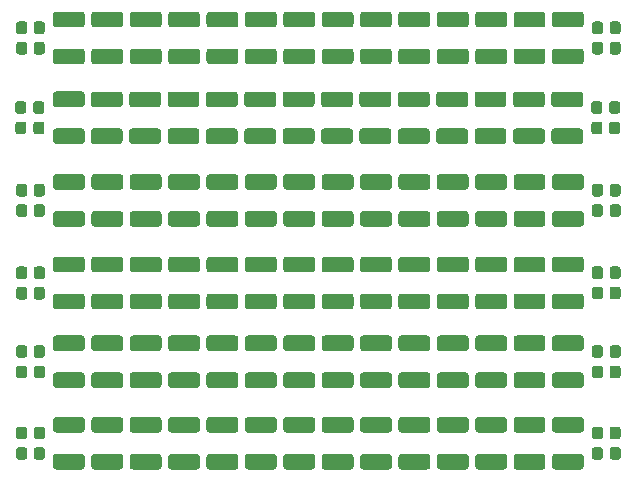
<source format=gtp>
G04 #@! TF.GenerationSoftware,KiCad,Pcbnew,5.1.9*
G04 #@! TF.CreationDate,2021-04-12T02:40:48-03:00*
G04 #@! TF.ProjectId,Caps,43617073-2e6b-4696-9361-645f70636258,rev?*
G04 #@! TF.SameCoordinates,Original*
G04 #@! TF.FileFunction,Paste,Top*
G04 #@! TF.FilePolarity,Positive*
%FSLAX46Y46*%
G04 Gerber Fmt 4.6, Leading zero omitted, Abs format (unit mm)*
G04 Created by KiCad (PCBNEW 5.1.9) date 2021-04-12 02:40:48*
%MOMM*%
%LPD*%
G01*
G04 APERTURE LIST*
G04 APERTURE END LIST*
G36*
G01*
X124087517Y-91480000D02*
X124562517Y-91480000D01*
G75*
G02*
X124800017Y-91717500I0J-237500D01*
G01*
X124800017Y-92317500D01*
G75*
G02*
X124562517Y-92555000I-237500J0D01*
G01*
X124087517Y-92555000D01*
G75*
G02*
X123850017Y-92317500I0J237500D01*
G01*
X123850017Y-91717500D01*
G75*
G02*
X124087517Y-91480000I237500J0D01*
G01*
G37*
G36*
G01*
X124087517Y-89755000D02*
X124562517Y-89755000D01*
G75*
G02*
X124800017Y-89992500I0J-237500D01*
G01*
X124800017Y-90592500D01*
G75*
G02*
X124562517Y-90830000I-237500J0D01*
G01*
X124087517Y-90830000D01*
G75*
G02*
X123850017Y-90592500I0J237500D01*
G01*
X123850017Y-89992500D01*
G75*
G02*
X124087517Y-89755000I237500J0D01*
G01*
G37*
G36*
G01*
X122562500Y-91475000D02*
X123037500Y-91475000D01*
G75*
G02*
X123275000Y-91712500I0J-237500D01*
G01*
X123275000Y-92312500D01*
G75*
G02*
X123037500Y-92550000I-237500J0D01*
G01*
X122562500Y-92550000D01*
G75*
G02*
X122325000Y-92312500I0J237500D01*
G01*
X122325000Y-91712500D01*
G75*
G02*
X122562500Y-91475000I237500J0D01*
G01*
G37*
G36*
G01*
X122562500Y-89750000D02*
X123037500Y-89750000D01*
G75*
G02*
X123275000Y-89987500I0J-237500D01*
G01*
X123275000Y-90587500D01*
G75*
G02*
X123037500Y-90825000I-237500J0D01*
G01*
X122562500Y-90825000D01*
G75*
G02*
X122325000Y-90587500I0J237500D01*
G01*
X122325000Y-89987500D01*
G75*
G02*
X122562500Y-89750000I237500J0D01*
G01*
G37*
G36*
G01*
X145275012Y-106045000D02*
X147475016Y-106045000D01*
G75*
G02*
X147725014Y-106294998I0J-249998D01*
G01*
X147725014Y-107120002D01*
G75*
G02*
X147475016Y-107370000I-249998J0D01*
G01*
X145275012Y-107370000D01*
G75*
G02*
X145025014Y-107120002I0J249998D01*
G01*
X145025014Y-106294998D01*
G75*
G02*
X145275012Y-106045000I249998J0D01*
G01*
G37*
G36*
G01*
X145275012Y-102920000D02*
X147475016Y-102920000D01*
G75*
G02*
X147725014Y-103169998I0J-249998D01*
G01*
X147725014Y-103995002D01*
G75*
G02*
X147475016Y-104245000I-249998J0D01*
G01*
X145275012Y-104245000D01*
G75*
G02*
X145025014Y-103995002I0J249998D01*
G01*
X145025014Y-103169998D01*
G75*
G02*
X145275012Y-102920000I249998J0D01*
G01*
G37*
G36*
G01*
X128975014Y-92055000D02*
X131175018Y-92055000D01*
G75*
G02*
X131425016Y-92304998I0J-249998D01*
G01*
X131425016Y-93130002D01*
G75*
G02*
X131175018Y-93380000I-249998J0D01*
G01*
X128975014Y-93380000D01*
G75*
G02*
X128725016Y-93130002I0J249998D01*
G01*
X128725016Y-92304998D01*
G75*
G02*
X128975014Y-92055000I249998J0D01*
G01*
G37*
G36*
G01*
X128975014Y-88930000D02*
X131175018Y-88930000D01*
G75*
G02*
X131425016Y-89179998I0J-249998D01*
G01*
X131425016Y-90005002D01*
G75*
G02*
X131175018Y-90255000I-249998J0D01*
G01*
X128975014Y-90255000D01*
G75*
G02*
X128725016Y-90005002I0J249998D01*
G01*
X128725016Y-89179998D01*
G75*
G02*
X128975014Y-88930000I249998J0D01*
G01*
G37*
G36*
G01*
X142025022Y-106045000D02*
X144225026Y-106045000D01*
G75*
G02*
X144475024Y-106294998I0J-249998D01*
G01*
X144475024Y-107120002D01*
G75*
G02*
X144225026Y-107370000I-249998J0D01*
G01*
X142025022Y-107370000D01*
G75*
G02*
X141775024Y-107120002I0J249998D01*
G01*
X141775024Y-106294998D01*
G75*
G02*
X142025022Y-106045000I249998J0D01*
G01*
G37*
G36*
G01*
X142025022Y-102920000D02*
X144225026Y-102920000D01*
G75*
G02*
X144475024Y-103169998I0J-249998D01*
G01*
X144475024Y-103995002D01*
G75*
G02*
X144225026Y-104245000I-249998J0D01*
G01*
X142025022Y-104245000D01*
G75*
G02*
X141775024Y-103995002I0J249998D01*
G01*
X141775024Y-103169998D01*
G75*
G02*
X142025022Y-102920000I249998J0D01*
G01*
G37*
G36*
G01*
X141975010Y-92055000D02*
X144175014Y-92055000D01*
G75*
G02*
X144425012Y-92304998I0J-249998D01*
G01*
X144425012Y-93130002D01*
G75*
G02*
X144175014Y-93380000I-249998J0D01*
G01*
X141975010Y-93380000D01*
G75*
G02*
X141725012Y-93130002I0J249998D01*
G01*
X141725012Y-92304998D01*
G75*
G02*
X141975010Y-92055000I249998J0D01*
G01*
G37*
G36*
G01*
X141975010Y-88930000D02*
X144175014Y-88930000D01*
G75*
G02*
X144425012Y-89179998I0J-249998D01*
G01*
X144425012Y-90005002D01*
G75*
G02*
X144175014Y-90255000I-249998J0D01*
G01*
X141975010Y-90255000D01*
G75*
G02*
X141725012Y-90005002I0J249998D01*
G01*
X141725012Y-89179998D01*
G75*
G02*
X141975010Y-88930000I249998J0D01*
G01*
G37*
G36*
G01*
X135475012Y-92055000D02*
X137675016Y-92055000D01*
G75*
G02*
X137925014Y-92304998I0J-249998D01*
G01*
X137925014Y-93130002D01*
G75*
G02*
X137675016Y-93380000I-249998J0D01*
G01*
X135475012Y-93380000D01*
G75*
G02*
X135225014Y-93130002I0J249998D01*
G01*
X135225014Y-92304998D01*
G75*
G02*
X135475012Y-92055000I249998J0D01*
G01*
G37*
G36*
G01*
X135475012Y-88930000D02*
X137675016Y-88930000D01*
G75*
G02*
X137925014Y-89179998I0J-249998D01*
G01*
X137925014Y-90005002D01*
G75*
G02*
X137675016Y-90255000I-249998J0D01*
G01*
X135475012Y-90255000D01*
G75*
G02*
X135225014Y-90005002I0J249998D01*
G01*
X135225014Y-89179998D01*
G75*
G02*
X135475012Y-88930000I249998J0D01*
G01*
G37*
G36*
G01*
X135525026Y-106045000D02*
X137725030Y-106045000D01*
G75*
G02*
X137975028Y-106294998I0J-249998D01*
G01*
X137975028Y-107120002D01*
G75*
G02*
X137725030Y-107370000I-249998J0D01*
G01*
X135525026Y-107370000D01*
G75*
G02*
X135275028Y-107120002I0J249998D01*
G01*
X135275028Y-106294998D01*
G75*
G02*
X135525026Y-106045000I249998J0D01*
G01*
G37*
G36*
G01*
X135525026Y-102920000D02*
X137725030Y-102920000D01*
G75*
G02*
X137975028Y-103169998I0J-249998D01*
G01*
X137975028Y-103995002D01*
G75*
G02*
X137725030Y-104245000I-249998J0D01*
G01*
X135525026Y-104245000D01*
G75*
G02*
X135275028Y-103995002I0J249998D01*
G01*
X135275028Y-103169998D01*
G75*
G02*
X135525026Y-102920000I249998J0D01*
G01*
G37*
G36*
G01*
X151725003Y-92055000D02*
X153925007Y-92055000D01*
G75*
G02*
X154175005Y-92304998I0J-249998D01*
G01*
X154175005Y-93130002D01*
G75*
G02*
X153925007Y-93380000I-249998J0D01*
G01*
X151725003Y-93380000D01*
G75*
G02*
X151475005Y-93130002I0J249998D01*
G01*
X151475005Y-92304998D01*
G75*
G02*
X151725003Y-92055000I249998J0D01*
G01*
G37*
G36*
G01*
X151725003Y-88930000D02*
X153925007Y-88930000D01*
G75*
G02*
X154175005Y-89179998I0J-249998D01*
G01*
X154175005Y-90005002D01*
G75*
G02*
X153925007Y-90255000I-249998J0D01*
G01*
X151725003Y-90255000D01*
G75*
G02*
X151475005Y-90005002I0J249998D01*
G01*
X151475005Y-89179998D01*
G75*
G02*
X151725003Y-88930000I249998J0D01*
G01*
G37*
G36*
G01*
X125774998Y-106050000D02*
X127975002Y-106050000D01*
G75*
G02*
X128225000Y-106299998I0J-249998D01*
G01*
X128225000Y-107125002D01*
G75*
G02*
X127975002Y-107375000I-249998J0D01*
G01*
X125774998Y-107375000D01*
G75*
G02*
X125525000Y-107125002I0J249998D01*
G01*
X125525000Y-106299998D01*
G75*
G02*
X125774998Y-106050000I249998J0D01*
G01*
G37*
G36*
G01*
X125774998Y-102925000D02*
X127975002Y-102925000D01*
G75*
G02*
X128225000Y-103174998I0J-249998D01*
G01*
X128225000Y-104000002D01*
G75*
G02*
X127975002Y-104250000I-249998J0D01*
G01*
X125774998Y-104250000D01*
G75*
G02*
X125525000Y-104000002I0J249998D01*
G01*
X125525000Y-103174998D01*
G75*
G02*
X125774998Y-102925000I249998J0D01*
G01*
G37*
G36*
G01*
X125774998Y-92050000D02*
X127975002Y-92050000D01*
G75*
G02*
X128225000Y-92299998I0J-249998D01*
G01*
X128225000Y-93125002D01*
G75*
G02*
X127975002Y-93375000I-249998J0D01*
G01*
X125774998Y-93375000D01*
G75*
G02*
X125525000Y-93125002I0J249998D01*
G01*
X125525000Y-92299998D01*
G75*
G02*
X125774998Y-92050000I249998J0D01*
G01*
G37*
G36*
G01*
X125774998Y-88925000D02*
X127975002Y-88925000D01*
G75*
G02*
X128225000Y-89174998I0J-249998D01*
G01*
X128225000Y-90000002D01*
G75*
G02*
X127975002Y-90250000I-249998J0D01*
G01*
X125774998Y-90250000D01*
G75*
G02*
X125525000Y-90000002I0J249998D01*
G01*
X125525000Y-89174998D01*
G75*
G02*
X125774998Y-88925000I249998J0D01*
G01*
G37*
G36*
G01*
X145225005Y-92055000D02*
X147425009Y-92055000D01*
G75*
G02*
X147675007Y-92304998I0J-249998D01*
G01*
X147675007Y-93130002D01*
G75*
G02*
X147425009Y-93380000I-249998J0D01*
G01*
X145225005Y-93380000D01*
G75*
G02*
X144975007Y-93130002I0J249998D01*
G01*
X144975007Y-92304998D01*
G75*
G02*
X145225005Y-92055000I249998J0D01*
G01*
G37*
G36*
G01*
X145225005Y-88930000D02*
X147425009Y-88930000D01*
G75*
G02*
X147675007Y-89179998I0J-249998D01*
G01*
X147675007Y-90005002D01*
G75*
G02*
X147425009Y-90255000I-249998J0D01*
G01*
X145225005Y-90255000D01*
G75*
G02*
X144975007Y-90005002I0J249998D01*
G01*
X144975007Y-89179998D01*
G75*
G02*
X145225005Y-88930000I249998J0D01*
G01*
G37*
G36*
G01*
X148475004Y-92055000D02*
X150675008Y-92055000D01*
G75*
G02*
X150925006Y-92304998I0J-249998D01*
G01*
X150925006Y-93130002D01*
G75*
G02*
X150675008Y-93380000I-249998J0D01*
G01*
X148475004Y-93380000D01*
G75*
G02*
X148225006Y-93130002I0J249998D01*
G01*
X148225006Y-92304998D01*
G75*
G02*
X148475004Y-92055000I249998J0D01*
G01*
G37*
G36*
G01*
X148475004Y-88930000D02*
X150675008Y-88930000D01*
G75*
G02*
X150925006Y-89179998I0J-249998D01*
G01*
X150925006Y-90005002D01*
G75*
G02*
X150675008Y-90255000I-249998J0D01*
G01*
X148475004Y-90255000D01*
G75*
G02*
X148225006Y-90005002I0J249998D01*
G01*
X148225006Y-89179998D01*
G75*
G02*
X148475004Y-88930000I249998J0D01*
G01*
G37*
G36*
G01*
X129025030Y-106045000D02*
X131225034Y-106045000D01*
G75*
G02*
X131475032Y-106294998I0J-249998D01*
G01*
X131475032Y-107120002D01*
G75*
G02*
X131225034Y-107370000I-249998J0D01*
G01*
X129025030Y-107370000D01*
G75*
G02*
X128775032Y-107120002I0J249998D01*
G01*
X128775032Y-106294998D01*
G75*
G02*
X129025030Y-106045000I249998J0D01*
G01*
G37*
G36*
G01*
X129025030Y-102920000D02*
X131225034Y-102920000D01*
G75*
G02*
X131475032Y-103169998I0J-249998D01*
G01*
X131475032Y-103995002D01*
G75*
G02*
X131225034Y-104245000I-249998J0D01*
G01*
X129025030Y-104245000D01*
G75*
G02*
X128775032Y-103995002I0J249998D01*
G01*
X128775032Y-103169998D01*
G75*
G02*
X129025030Y-102920000I249998J0D01*
G01*
G37*
G36*
G01*
X155025006Y-106045000D02*
X157225010Y-106045000D01*
G75*
G02*
X157475008Y-106294998I0J-249998D01*
G01*
X157475008Y-107120002D01*
G75*
G02*
X157225010Y-107370000I-249998J0D01*
G01*
X155025006Y-107370000D01*
G75*
G02*
X154775008Y-107120002I0J249998D01*
G01*
X154775008Y-106294998D01*
G75*
G02*
X155025006Y-106045000I249998J0D01*
G01*
G37*
G36*
G01*
X155025006Y-102920000D02*
X157225010Y-102920000D01*
G75*
G02*
X157475008Y-103169998I0J-249998D01*
G01*
X157475008Y-103995002D01*
G75*
G02*
X157225010Y-104245000I-249998J0D01*
G01*
X155025006Y-104245000D01*
G75*
G02*
X154775008Y-103995002I0J249998D01*
G01*
X154775008Y-103169998D01*
G75*
G02*
X155025006Y-102920000I249998J0D01*
G01*
G37*
G36*
G01*
X172887500Y-105457500D02*
X173362500Y-105457500D01*
G75*
G02*
X173600000Y-105695000I0J-237500D01*
G01*
X173600000Y-106295000D01*
G75*
G02*
X173362500Y-106532500I-237500J0D01*
G01*
X172887500Y-106532500D01*
G75*
G02*
X172650000Y-106295000I0J237500D01*
G01*
X172650000Y-105695000D01*
G75*
G02*
X172887500Y-105457500I237500J0D01*
G01*
G37*
G36*
G01*
X172887500Y-103732500D02*
X173362500Y-103732500D01*
G75*
G02*
X173600000Y-103970000I0J-237500D01*
G01*
X173600000Y-104570000D01*
G75*
G02*
X173362500Y-104807500I-237500J0D01*
G01*
X172887500Y-104807500D01*
G75*
G02*
X172650000Y-104570000I0J237500D01*
G01*
X172650000Y-103970000D01*
G75*
G02*
X172887500Y-103732500I237500J0D01*
G01*
G37*
G36*
G01*
X171337517Y-91480000D02*
X171812517Y-91480000D01*
G75*
G02*
X172050017Y-91717500I0J-237500D01*
G01*
X172050017Y-92317500D01*
G75*
G02*
X171812517Y-92555000I-237500J0D01*
G01*
X171337517Y-92555000D01*
G75*
G02*
X171100017Y-92317500I0J237500D01*
G01*
X171100017Y-91717500D01*
G75*
G02*
X171337517Y-91480000I237500J0D01*
G01*
G37*
G36*
G01*
X171337517Y-89755000D02*
X171812517Y-89755000D01*
G75*
G02*
X172050017Y-89992500I0J-237500D01*
G01*
X172050017Y-90592500D01*
G75*
G02*
X171812517Y-90830000I-237500J0D01*
G01*
X171337517Y-90830000D01*
G75*
G02*
X171100017Y-90592500I0J237500D01*
G01*
X171100017Y-89992500D01*
G75*
G02*
X171337517Y-89755000I237500J0D01*
G01*
G37*
G36*
G01*
X122637534Y-105470000D02*
X123112534Y-105470000D01*
G75*
G02*
X123350034Y-105707500I0J-237500D01*
G01*
X123350034Y-106307500D01*
G75*
G02*
X123112534Y-106545000I-237500J0D01*
G01*
X122637534Y-106545000D01*
G75*
G02*
X122400034Y-106307500I0J237500D01*
G01*
X122400034Y-105707500D01*
G75*
G02*
X122637534Y-105470000I237500J0D01*
G01*
G37*
G36*
G01*
X122637534Y-103745000D02*
X123112534Y-103745000D01*
G75*
G02*
X123350034Y-103982500I0J-237500D01*
G01*
X123350034Y-104582500D01*
G75*
G02*
X123112534Y-104820000I-237500J0D01*
G01*
X122637534Y-104820000D01*
G75*
G02*
X122400034Y-104582500I0J237500D01*
G01*
X122400034Y-103982500D01*
G75*
G02*
X122637534Y-103745000I237500J0D01*
G01*
G37*
G36*
G01*
X172837517Y-91480000D02*
X173312517Y-91480000D01*
G75*
G02*
X173550017Y-91717500I0J-237500D01*
G01*
X173550017Y-92317500D01*
G75*
G02*
X173312517Y-92555000I-237500J0D01*
G01*
X172837517Y-92555000D01*
G75*
G02*
X172600017Y-92317500I0J237500D01*
G01*
X172600017Y-91717500D01*
G75*
G02*
X172837517Y-91480000I237500J0D01*
G01*
G37*
G36*
G01*
X172837517Y-89755000D02*
X173312517Y-89755000D01*
G75*
G02*
X173550017Y-89992500I0J-237500D01*
G01*
X173550017Y-90592500D01*
G75*
G02*
X173312517Y-90830000I-237500J0D01*
G01*
X172837517Y-90830000D01*
G75*
G02*
X172600017Y-90592500I0J237500D01*
G01*
X172600017Y-89992500D01*
G75*
G02*
X172837517Y-89755000I237500J0D01*
G01*
G37*
G36*
G01*
X161475000Y-92055000D02*
X163675004Y-92055000D01*
G75*
G02*
X163925002Y-92304998I0J-249998D01*
G01*
X163925002Y-93130002D01*
G75*
G02*
X163675004Y-93380000I-249998J0D01*
G01*
X161475000Y-93380000D01*
G75*
G02*
X161225002Y-93130002I0J249998D01*
G01*
X161225002Y-92304998D01*
G75*
G02*
X161475000Y-92055000I249998J0D01*
G01*
G37*
G36*
G01*
X161475000Y-88930000D02*
X163675004Y-88930000D01*
G75*
G02*
X163925002Y-89179998I0J-249998D01*
G01*
X163925002Y-90005002D01*
G75*
G02*
X163675004Y-90255000I-249998J0D01*
G01*
X161475000Y-90255000D01*
G75*
G02*
X161225002Y-90005002I0J249998D01*
G01*
X161225002Y-89179998D01*
G75*
G02*
X161475000Y-88930000I249998J0D01*
G01*
G37*
G36*
G01*
X164775000Y-106045000D02*
X166975004Y-106045000D01*
G75*
G02*
X167225002Y-106294998I0J-249998D01*
G01*
X167225002Y-107120002D01*
G75*
G02*
X166975004Y-107370000I-249998J0D01*
G01*
X164775000Y-107370000D01*
G75*
G02*
X164525002Y-107120002I0J249998D01*
G01*
X164525002Y-106294998D01*
G75*
G02*
X164775000Y-106045000I249998J0D01*
G01*
G37*
G36*
G01*
X164775000Y-102920000D02*
X166975004Y-102920000D01*
G75*
G02*
X167225002Y-103169998I0J-249998D01*
G01*
X167225002Y-103995002D01*
G75*
G02*
X166975004Y-104245000I-249998J0D01*
G01*
X164775000Y-104245000D01*
G75*
G02*
X164525002Y-103995002I0J249998D01*
G01*
X164525002Y-103169998D01*
G75*
G02*
X164775000Y-102920000I249998J0D01*
G01*
G37*
G36*
G01*
X158275004Y-106045000D02*
X160475008Y-106045000D01*
G75*
G02*
X160725006Y-106294998I0J-249998D01*
G01*
X160725006Y-107120002D01*
G75*
G02*
X160475008Y-107370000I-249998J0D01*
G01*
X158275004Y-107370000D01*
G75*
G02*
X158025006Y-107120002I0J249998D01*
G01*
X158025006Y-106294998D01*
G75*
G02*
X158275004Y-106045000I249998J0D01*
G01*
G37*
G36*
G01*
X158275004Y-102920000D02*
X160475008Y-102920000D01*
G75*
G02*
X160725006Y-103169998I0J-249998D01*
G01*
X160725006Y-103995002D01*
G75*
G02*
X160475008Y-104245000I-249998J0D01*
G01*
X158275004Y-104245000D01*
G75*
G02*
X158025006Y-103995002I0J249998D01*
G01*
X158025006Y-103169998D01*
G75*
G02*
X158275004Y-102920000I249998J0D01*
G01*
G37*
G36*
G01*
X154975002Y-92055000D02*
X157175006Y-92055000D01*
G75*
G02*
X157425004Y-92304998I0J-249998D01*
G01*
X157425004Y-93130002D01*
G75*
G02*
X157175006Y-93380000I-249998J0D01*
G01*
X154975002Y-93380000D01*
G75*
G02*
X154725004Y-93130002I0J249998D01*
G01*
X154725004Y-92304998D01*
G75*
G02*
X154975002Y-92055000I249998J0D01*
G01*
G37*
G36*
G01*
X154975002Y-88930000D02*
X157175006Y-88930000D01*
G75*
G02*
X157425004Y-89179998I0J-249998D01*
G01*
X157425004Y-90005002D01*
G75*
G02*
X157175006Y-90255000I-249998J0D01*
G01*
X154975002Y-90255000D01*
G75*
G02*
X154725004Y-90005002I0J249998D01*
G01*
X154725004Y-89179998D01*
G75*
G02*
X154975002Y-88930000I249998J0D01*
G01*
G37*
G36*
G01*
X132275028Y-106045000D02*
X134475032Y-106045000D01*
G75*
G02*
X134725030Y-106294998I0J-249998D01*
G01*
X134725030Y-107120002D01*
G75*
G02*
X134475032Y-107370000I-249998J0D01*
G01*
X132275028Y-107370000D01*
G75*
G02*
X132025030Y-107120002I0J249998D01*
G01*
X132025030Y-106294998D01*
G75*
G02*
X132275028Y-106045000I249998J0D01*
G01*
G37*
G36*
G01*
X132275028Y-102920000D02*
X134475032Y-102920000D01*
G75*
G02*
X134725030Y-103169998I0J-249998D01*
G01*
X134725030Y-103995002D01*
G75*
G02*
X134475032Y-104245000I-249998J0D01*
G01*
X132275028Y-104245000D01*
G75*
G02*
X132025030Y-103995002I0J249998D01*
G01*
X132025030Y-103169998D01*
G75*
G02*
X132275028Y-102920000I249998J0D01*
G01*
G37*
G36*
G01*
X158225001Y-92055000D02*
X160425005Y-92055000D01*
G75*
G02*
X160675003Y-92304998I0J-249998D01*
G01*
X160675003Y-93130002D01*
G75*
G02*
X160425005Y-93380000I-249998J0D01*
G01*
X158225001Y-93380000D01*
G75*
G02*
X157975003Y-93130002I0J249998D01*
G01*
X157975003Y-92304998D01*
G75*
G02*
X158225001Y-92055000I249998J0D01*
G01*
G37*
G36*
G01*
X158225001Y-88930000D02*
X160425005Y-88930000D01*
G75*
G02*
X160675003Y-89179998I0J-249998D01*
G01*
X160675003Y-90005002D01*
G75*
G02*
X160425005Y-90255000I-249998J0D01*
G01*
X158225001Y-90255000D01*
G75*
G02*
X157975003Y-90005002I0J249998D01*
G01*
X157975003Y-89179998D01*
G75*
G02*
X158225001Y-88930000I249998J0D01*
G01*
G37*
G36*
G01*
X161525002Y-106045000D02*
X163725006Y-106045000D01*
G75*
G02*
X163975004Y-106294998I0J-249998D01*
G01*
X163975004Y-107120002D01*
G75*
G02*
X163725006Y-107370000I-249998J0D01*
G01*
X161525002Y-107370000D01*
G75*
G02*
X161275004Y-107120002I0J249998D01*
G01*
X161275004Y-106294998D01*
G75*
G02*
X161525002Y-106045000I249998J0D01*
G01*
G37*
G36*
G01*
X161525002Y-102920000D02*
X163725006Y-102920000D01*
G75*
G02*
X163975004Y-103169998I0J-249998D01*
G01*
X163975004Y-103995002D01*
G75*
G02*
X163725006Y-104245000I-249998J0D01*
G01*
X161525002Y-104245000D01*
G75*
G02*
X161275004Y-103995002I0J249998D01*
G01*
X161275004Y-103169998D01*
G75*
G02*
X161525002Y-102920000I249998J0D01*
G01*
G37*
G36*
G01*
X164724999Y-92055000D02*
X166925003Y-92055000D01*
G75*
G02*
X167175001Y-92304998I0J-249998D01*
G01*
X167175001Y-93130002D01*
G75*
G02*
X166925003Y-93380000I-249998J0D01*
G01*
X164724999Y-93380000D01*
G75*
G02*
X164475001Y-93130002I0J249998D01*
G01*
X164475001Y-92304998D01*
G75*
G02*
X164724999Y-92055000I249998J0D01*
G01*
G37*
G36*
G01*
X164724999Y-88930000D02*
X166925003Y-88930000D01*
G75*
G02*
X167175001Y-89179998I0J-249998D01*
G01*
X167175001Y-90005002D01*
G75*
G02*
X166925003Y-90255000I-249998J0D01*
G01*
X164724999Y-90255000D01*
G75*
G02*
X164475001Y-90005002I0J249998D01*
G01*
X164475001Y-89179998D01*
G75*
G02*
X164724999Y-88930000I249998J0D01*
G01*
G37*
G36*
G01*
X138775024Y-106045000D02*
X140975028Y-106045000D01*
G75*
G02*
X141225026Y-106294998I0J-249998D01*
G01*
X141225026Y-107120002D01*
G75*
G02*
X140975028Y-107370000I-249998J0D01*
G01*
X138775024Y-107370000D01*
G75*
G02*
X138525026Y-107120002I0J249998D01*
G01*
X138525026Y-106294998D01*
G75*
G02*
X138775024Y-106045000I249998J0D01*
G01*
G37*
G36*
G01*
X138775024Y-102920000D02*
X140975028Y-102920000D01*
G75*
G02*
X141225026Y-103169998I0J-249998D01*
G01*
X141225026Y-103995002D01*
G75*
G02*
X140975028Y-104245000I-249998J0D01*
G01*
X138775024Y-104245000D01*
G75*
G02*
X138525026Y-103995002I0J249998D01*
G01*
X138525026Y-103169998D01*
G75*
G02*
X138775024Y-102920000I249998J0D01*
G01*
G37*
G36*
G01*
X168024998Y-106045000D02*
X170225002Y-106045000D01*
G75*
G02*
X170475000Y-106294998I0J-249998D01*
G01*
X170475000Y-107120002D01*
G75*
G02*
X170225002Y-107370000I-249998J0D01*
G01*
X168024998Y-107370000D01*
G75*
G02*
X167775000Y-107120002I0J249998D01*
G01*
X167775000Y-106294998D01*
G75*
G02*
X168024998Y-106045000I249998J0D01*
G01*
G37*
G36*
G01*
X168024998Y-102920000D02*
X170225002Y-102920000D01*
G75*
G02*
X170475000Y-103169998I0J-249998D01*
G01*
X170475000Y-103995002D01*
G75*
G02*
X170225002Y-104245000I-249998J0D01*
G01*
X168024998Y-104245000D01*
G75*
G02*
X167775000Y-103995002I0J249998D01*
G01*
X167775000Y-103169998D01*
G75*
G02*
X168024998Y-102920000I249998J0D01*
G01*
G37*
G36*
G01*
X167974998Y-92055000D02*
X170175002Y-92055000D01*
G75*
G02*
X170425000Y-92304998I0J-249998D01*
G01*
X170425000Y-93130002D01*
G75*
G02*
X170175002Y-93380000I-249998J0D01*
G01*
X167974998Y-93380000D01*
G75*
G02*
X167725000Y-93130002I0J249998D01*
G01*
X167725000Y-92304998D01*
G75*
G02*
X167974998Y-92055000I249998J0D01*
G01*
G37*
G36*
G01*
X167974998Y-88930000D02*
X170175002Y-88930000D01*
G75*
G02*
X170425000Y-89179998I0J-249998D01*
G01*
X170425000Y-90005002D01*
G75*
G02*
X170175002Y-90255000I-249998J0D01*
G01*
X167974998Y-90255000D01*
G75*
G02*
X167725000Y-90005002I0J249998D01*
G01*
X167725000Y-89179998D01*
G75*
G02*
X167974998Y-88930000I249998J0D01*
G01*
G37*
G36*
G01*
X132225013Y-92055000D02*
X134425017Y-92055000D01*
G75*
G02*
X134675015Y-92304998I0J-249998D01*
G01*
X134675015Y-93130002D01*
G75*
G02*
X134425017Y-93380000I-249998J0D01*
G01*
X132225013Y-93380000D01*
G75*
G02*
X131975015Y-93130002I0J249998D01*
G01*
X131975015Y-92304998D01*
G75*
G02*
X132225013Y-92055000I249998J0D01*
G01*
G37*
G36*
G01*
X132225013Y-88930000D02*
X134425017Y-88930000D01*
G75*
G02*
X134675015Y-89179998I0J-249998D01*
G01*
X134675015Y-90005002D01*
G75*
G02*
X134425017Y-90255000I-249998J0D01*
G01*
X132225013Y-90255000D01*
G75*
G02*
X131975015Y-90005002I0J249998D01*
G01*
X131975015Y-89179998D01*
G75*
G02*
X132225013Y-88930000I249998J0D01*
G01*
G37*
G36*
G01*
X148525010Y-106045000D02*
X150725014Y-106045000D01*
G75*
G02*
X150975012Y-106294998I0J-249998D01*
G01*
X150975012Y-107120002D01*
G75*
G02*
X150725014Y-107370000I-249998J0D01*
G01*
X148525010Y-107370000D01*
G75*
G02*
X148275012Y-107120002I0J249998D01*
G01*
X148275012Y-106294998D01*
G75*
G02*
X148525010Y-106045000I249998J0D01*
G01*
G37*
G36*
G01*
X148525010Y-102920000D02*
X150725014Y-102920000D01*
G75*
G02*
X150975012Y-103169998I0J-249998D01*
G01*
X150975012Y-103995002D01*
G75*
G02*
X150725014Y-104245000I-249998J0D01*
G01*
X148525010Y-104245000D01*
G75*
G02*
X148275012Y-103995002I0J249998D01*
G01*
X148275012Y-103169998D01*
G75*
G02*
X148525010Y-102920000I249998J0D01*
G01*
G37*
G36*
G01*
X151775008Y-106045000D02*
X153975012Y-106045000D01*
G75*
G02*
X154225010Y-106294998I0J-249998D01*
G01*
X154225010Y-107120002D01*
G75*
G02*
X153975012Y-107370000I-249998J0D01*
G01*
X151775008Y-107370000D01*
G75*
G02*
X151525010Y-107120002I0J249998D01*
G01*
X151525010Y-106294998D01*
G75*
G02*
X151775008Y-106045000I249998J0D01*
G01*
G37*
G36*
G01*
X151775008Y-102920000D02*
X153975012Y-102920000D01*
G75*
G02*
X154225010Y-103169998I0J-249998D01*
G01*
X154225010Y-103995002D01*
G75*
G02*
X153975012Y-104245000I-249998J0D01*
G01*
X151775008Y-104245000D01*
G75*
G02*
X151525010Y-103995002I0J249998D01*
G01*
X151525010Y-103169998D01*
G75*
G02*
X151775008Y-102920000I249998J0D01*
G01*
G37*
G36*
G01*
X138725011Y-92055000D02*
X140925015Y-92055000D01*
G75*
G02*
X141175013Y-92304998I0J-249998D01*
G01*
X141175013Y-93130002D01*
G75*
G02*
X140925015Y-93380000I-249998J0D01*
G01*
X138725011Y-93380000D01*
G75*
G02*
X138475013Y-93130002I0J249998D01*
G01*
X138475013Y-92304998D01*
G75*
G02*
X138725011Y-92055000I249998J0D01*
G01*
G37*
G36*
G01*
X138725011Y-88930000D02*
X140925015Y-88930000D01*
G75*
G02*
X141175013Y-89179998I0J-249998D01*
G01*
X141175013Y-90005002D01*
G75*
G02*
X140925015Y-90255000I-249998J0D01*
G01*
X138725011Y-90255000D01*
G75*
G02*
X138475013Y-90005002I0J249998D01*
G01*
X138475013Y-89179998D01*
G75*
G02*
X138725011Y-88930000I249998J0D01*
G01*
G37*
G36*
G01*
X124137534Y-105470000D02*
X124612534Y-105470000D01*
G75*
G02*
X124850034Y-105707500I0J-237500D01*
G01*
X124850034Y-106307500D01*
G75*
G02*
X124612534Y-106545000I-237500J0D01*
G01*
X124137534Y-106545000D01*
G75*
G02*
X123900034Y-106307500I0J237500D01*
G01*
X123900034Y-105707500D01*
G75*
G02*
X124137534Y-105470000I237500J0D01*
G01*
G37*
G36*
G01*
X124137534Y-103745000D02*
X124612534Y-103745000D01*
G75*
G02*
X124850034Y-103982500I0J-237500D01*
G01*
X124850034Y-104582500D01*
G75*
G02*
X124612534Y-104820000I-237500J0D01*
G01*
X124137534Y-104820000D01*
G75*
G02*
X123900034Y-104582500I0J237500D01*
G01*
X123900034Y-103982500D01*
G75*
G02*
X124137534Y-103745000I237500J0D01*
G01*
G37*
G36*
G01*
X171387500Y-105457500D02*
X171862500Y-105457500D01*
G75*
G02*
X172100000Y-105695000I0J-237500D01*
G01*
X172100000Y-106295000D01*
G75*
G02*
X171862500Y-106532500I-237500J0D01*
G01*
X171387500Y-106532500D01*
G75*
G02*
X171150000Y-106295000I0J237500D01*
G01*
X171150000Y-105695000D01*
G75*
G02*
X171387500Y-105457500I237500J0D01*
G01*
G37*
G36*
G01*
X171387500Y-103732500D02*
X171862500Y-103732500D01*
G75*
G02*
X172100000Y-103970000I0J-237500D01*
G01*
X172100000Y-104570000D01*
G75*
G02*
X171862500Y-104807500I-237500J0D01*
G01*
X171387500Y-104807500D01*
G75*
G02*
X171150000Y-104570000I0J237500D01*
G01*
X171150000Y-103970000D01*
G75*
G02*
X171387500Y-103732500I237500J0D01*
G01*
G37*
G36*
G01*
X122637500Y-119037500D02*
X123112500Y-119037500D01*
G75*
G02*
X123350000Y-119275000I0J-237500D01*
G01*
X123350000Y-119875000D01*
G75*
G02*
X123112500Y-120112500I-237500J0D01*
G01*
X122637500Y-120112500D01*
G75*
G02*
X122400000Y-119875000I0J237500D01*
G01*
X122400000Y-119275000D01*
G75*
G02*
X122637500Y-119037500I237500J0D01*
G01*
G37*
G36*
G01*
X122637500Y-117312500D02*
X123112500Y-117312500D01*
G75*
G02*
X123350000Y-117550000I0J-237500D01*
G01*
X123350000Y-118150000D01*
G75*
G02*
X123112500Y-118387500I-237500J0D01*
G01*
X122637500Y-118387500D01*
G75*
G02*
X122400000Y-118150000I0J237500D01*
G01*
X122400000Y-117550000D01*
G75*
G02*
X122637500Y-117312500I237500J0D01*
G01*
G37*
G36*
G01*
X172887500Y-119037500D02*
X173362500Y-119037500D01*
G75*
G02*
X173600000Y-119275000I0J-237500D01*
G01*
X173600000Y-119875000D01*
G75*
G02*
X173362500Y-120112500I-237500J0D01*
G01*
X172887500Y-120112500D01*
G75*
G02*
X172650000Y-119875000I0J237500D01*
G01*
X172650000Y-119275000D01*
G75*
G02*
X172887500Y-119037500I237500J0D01*
G01*
G37*
G36*
G01*
X172887500Y-117312500D02*
X173362500Y-117312500D01*
G75*
G02*
X173600000Y-117550000I0J-237500D01*
G01*
X173600000Y-118150000D01*
G75*
G02*
X173362500Y-118387500I-237500J0D01*
G01*
X172887500Y-118387500D01*
G75*
G02*
X172650000Y-118150000I0J237500D01*
G01*
X172650000Y-117550000D01*
G75*
G02*
X172887500Y-117312500I237500J0D01*
G01*
G37*
G36*
G01*
X124137500Y-119037500D02*
X124612500Y-119037500D01*
G75*
G02*
X124850000Y-119275000I0J-237500D01*
G01*
X124850000Y-119875000D01*
G75*
G02*
X124612500Y-120112500I-237500J0D01*
G01*
X124137500Y-120112500D01*
G75*
G02*
X123900000Y-119875000I0J237500D01*
G01*
X123900000Y-119275000D01*
G75*
G02*
X124137500Y-119037500I237500J0D01*
G01*
G37*
G36*
G01*
X124137500Y-117312500D02*
X124612500Y-117312500D01*
G75*
G02*
X124850000Y-117550000I0J-237500D01*
G01*
X124850000Y-118150000D01*
G75*
G02*
X124612500Y-118387500I-237500J0D01*
G01*
X124137500Y-118387500D01*
G75*
G02*
X123900000Y-118150000I0J237500D01*
G01*
X123900000Y-117550000D01*
G75*
G02*
X124137500Y-117312500I237500J0D01*
G01*
G37*
G36*
G01*
X168024998Y-119612500D02*
X170225002Y-119612500D01*
G75*
G02*
X170475000Y-119862498I0J-249998D01*
G01*
X170475000Y-120687502D01*
G75*
G02*
X170225002Y-120937500I-249998J0D01*
G01*
X168024998Y-120937500D01*
G75*
G02*
X167775000Y-120687502I0J249998D01*
G01*
X167775000Y-119862498D01*
G75*
G02*
X168024998Y-119612500I249998J0D01*
G01*
G37*
G36*
G01*
X168024998Y-116487500D02*
X170225002Y-116487500D01*
G75*
G02*
X170475000Y-116737498I0J-249998D01*
G01*
X170475000Y-117562502D01*
G75*
G02*
X170225002Y-117812500I-249998J0D01*
G01*
X168024998Y-117812500D01*
G75*
G02*
X167775000Y-117562502I0J249998D01*
G01*
X167775000Y-116737498D01*
G75*
G02*
X168024998Y-116487500I249998J0D01*
G01*
G37*
G36*
G01*
X138774998Y-119612500D02*
X140975002Y-119612500D01*
G75*
G02*
X141225000Y-119862498I0J-249998D01*
G01*
X141225000Y-120687502D01*
G75*
G02*
X140975002Y-120937500I-249998J0D01*
G01*
X138774998Y-120937500D01*
G75*
G02*
X138525000Y-120687502I0J249998D01*
G01*
X138525000Y-119862498D01*
G75*
G02*
X138774998Y-119612500I249998J0D01*
G01*
G37*
G36*
G01*
X138774998Y-116487500D02*
X140975002Y-116487500D01*
G75*
G02*
X141225000Y-116737498I0J-249998D01*
G01*
X141225000Y-117562502D01*
G75*
G02*
X140975002Y-117812500I-249998J0D01*
G01*
X138774998Y-117812500D01*
G75*
G02*
X138525000Y-117562502I0J249998D01*
G01*
X138525000Y-116737498D01*
G75*
G02*
X138774998Y-116487500I249998J0D01*
G01*
G37*
G36*
G01*
X125774998Y-119612500D02*
X127975002Y-119612500D01*
G75*
G02*
X128225000Y-119862498I0J-249998D01*
G01*
X128225000Y-120687502D01*
G75*
G02*
X127975002Y-120937500I-249998J0D01*
G01*
X125774998Y-120937500D01*
G75*
G02*
X125525000Y-120687502I0J249998D01*
G01*
X125525000Y-119862498D01*
G75*
G02*
X125774998Y-119612500I249998J0D01*
G01*
G37*
G36*
G01*
X125774998Y-116487500D02*
X127975002Y-116487500D01*
G75*
G02*
X128225000Y-116737498I0J-249998D01*
G01*
X128225000Y-117562502D01*
G75*
G02*
X127975002Y-117812500I-249998J0D01*
G01*
X125774998Y-117812500D01*
G75*
G02*
X125525000Y-117562502I0J249998D01*
G01*
X125525000Y-116737498D01*
G75*
G02*
X125774998Y-116487500I249998J0D01*
G01*
G37*
G36*
G01*
X148524998Y-119612500D02*
X150725002Y-119612500D01*
G75*
G02*
X150975000Y-119862498I0J-249998D01*
G01*
X150975000Y-120687502D01*
G75*
G02*
X150725002Y-120937500I-249998J0D01*
G01*
X148524998Y-120937500D01*
G75*
G02*
X148275000Y-120687502I0J249998D01*
G01*
X148275000Y-119862498D01*
G75*
G02*
X148524998Y-119612500I249998J0D01*
G01*
G37*
G36*
G01*
X148524998Y-116487500D02*
X150725002Y-116487500D01*
G75*
G02*
X150975000Y-116737498I0J-249998D01*
G01*
X150975000Y-117562502D01*
G75*
G02*
X150725002Y-117812500I-249998J0D01*
G01*
X148524998Y-117812500D01*
G75*
G02*
X148275000Y-117562502I0J249998D01*
G01*
X148275000Y-116737498D01*
G75*
G02*
X148524998Y-116487500I249998J0D01*
G01*
G37*
G36*
G01*
X129024998Y-119612500D02*
X131225002Y-119612500D01*
G75*
G02*
X131475000Y-119862498I0J-249998D01*
G01*
X131475000Y-120687502D01*
G75*
G02*
X131225002Y-120937500I-249998J0D01*
G01*
X129024998Y-120937500D01*
G75*
G02*
X128775000Y-120687502I0J249998D01*
G01*
X128775000Y-119862498D01*
G75*
G02*
X129024998Y-119612500I249998J0D01*
G01*
G37*
G36*
G01*
X129024998Y-116487500D02*
X131225002Y-116487500D01*
G75*
G02*
X131475000Y-116737498I0J-249998D01*
G01*
X131475000Y-117562502D01*
G75*
G02*
X131225002Y-117812500I-249998J0D01*
G01*
X129024998Y-117812500D01*
G75*
G02*
X128775000Y-117562502I0J249998D01*
G01*
X128775000Y-116737498D01*
G75*
G02*
X129024998Y-116487500I249998J0D01*
G01*
G37*
G36*
G01*
X158274998Y-119612500D02*
X160475002Y-119612500D01*
G75*
G02*
X160725000Y-119862498I0J-249998D01*
G01*
X160725000Y-120687502D01*
G75*
G02*
X160475002Y-120937500I-249998J0D01*
G01*
X158274998Y-120937500D01*
G75*
G02*
X158025000Y-120687502I0J249998D01*
G01*
X158025000Y-119862498D01*
G75*
G02*
X158274998Y-119612500I249998J0D01*
G01*
G37*
G36*
G01*
X158274998Y-116487500D02*
X160475002Y-116487500D01*
G75*
G02*
X160725000Y-116737498I0J-249998D01*
G01*
X160725000Y-117562502D01*
G75*
G02*
X160475002Y-117812500I-249998J0D01*
G01*
X158274998Y-117812500D01*
G75*
G02*
X158025000Y-117562502I0J249998D01*
G01*
X158025000Y-116737498D01*
G75*
G02*
X158274998Y-116487500I249998J0D01*
G01*
G37*
G36*
G01*
X155024998Y-119612500D02*
X157225002Y-119612500D01*
G75*
G02*
X157475000Y-119862498I0J-249998D01*
G01*
X157475000Y-120687502D01*
G75*
G02*
X157225002Y-120937500I-249998J0D01*
G01*
X155024998Y-120937500D01*
G75*
G02*
X154775000Y-120687502I0J249998D01*
G01*
X154775000Y-119862498D01*
G75*
G02*
X155024998Y-119612500I249998J0D01*
G01*
G37*
G36*
G01*
X155024998Y-116487500D02*
X157225002Y-116487500D01*
G75*
G02*
X157475000Y-116737498I0J-249998D01*
G01*
X157475000Y-117562502D01*
G75*
G02*
X157225002Y-117812500I-249998J0D01*
G01*
X155024998Y-117812500D01*
G75*
G02*
X154775000Y-117562502I0J249998D01*
G01*
X154775000Y-116737498D01*
G75*
G02*
X155024998Y-116487500I249998J0D01*
G01*
G37*
G36*
G01*
X145274998Y-119612500D02*
X147475002Y-119612500D01*
G75*
G02*
X147725000Y-119862498I0J-249998D01*
G01*
X147725000Y-120687502D01*
G75*
G02*
X147475002Y-120937500I-249998J0D01*
G01*
X145274998Y-120937500D01*
G75*
G02*
X145025000Y-120687502I0J249998D01*
G01*
X145025000Y-119862498D01*
G75*
G02*
X145274998Y-119612500I249998J0D01*
G01*
G37*
G36*
G01*
X145274998Y-116487500D02*
X147475002Y-116487500D01*
G75*
G02*
X147725000Y-116737498I0J-249998D01*
G01*
X147725000Y-117562502D01*
G75*
G02*
X147475002Y-117812500I-249998J0D01*
G01*
X145274998Y-117812500D01*
G75*
G02*
X145025000Y-117562502I0J249998D01*
G01*
X145025000Y-116737498D01*
G75*
G02*
X145274998Y-116487500I249998J0D01*
G01*
G37*
G36*
G01*
X135524998Y-119612500D02*
X137725002Y-119612500D01*
G75*
G02*
X137975000Y-119862498I0J-249998D01*
G01*
X137975000Y-120687502D01*
G75*
G02*
X137725002Y-120937500I-249998J0D01*
G01*
X135524998Y-120937500D01*
G75*
G02*
X135275000Y-120687502I0J249998D01*
G01*
X135275000Y-119862498D01*
G75*
G02*
X135524998Y-119612500I249998J0D01*
G01*
G37*
G36*
G01*
X135524998Y-116487500D02*
X137725002Y-116487500D01*
G75*
G02*
X137975000Y-116737498I0J-249998D01*
G01*
X137975000Y-117562502D01*
G75*
G02*
X137725002Y-117812500I-249998J0D01*
G01*
X135524998Y-117812500D01*
G75*
G02*
X135275000Y-117562502I0J249998D01*
G01*
X135275000Y-116737498D01*
G75*
G02*
X135524998Y-116487500I249998J0D01*
G01*
G37*
G36*
G01*
X161524998Y-119612500D02*
X163725002Y-119612500D01*
G75*
G02*
X163975000Y-119862498I0J-249998D01*
G01*
X163975000Y-120687502D01*
G75*
G02*
X163725002Y-120937500I-249998J0D01*
G01*
X161524998Y-120937500D01*
G75*
G02*
X161275000Y-120687502I0J249998D01*
G01*
X161275000Y-119862498D01*
G75*
G02*
X161524998Y-119612500I249998J0D01*
G01*
G37*
G36*
G01*
X161524998Y-116487500D02*
X163725002Y-116487500D01*
G75*
G02*
X163975000Y-116737498I0J-249998D01*
G01*
X163975000Y-117562502D01*
G75*
G02*
X163725002Y-117812500I-249998J0D01*
G01*
X161524998Y-117812500D01*
G75*
G02*
X161275000Y-117562502I0J249998D01*
G01*
X161275000Y-116737498D01*
G75*
G02*
X161524998Y-116487500I249998J0D01*
G01*
G37*
G36*
G01*
X142024998Y-119612500D02*
X144225002Y-119612500D01*
G75*
G02*
X144475000Y-119862498I0J-249998D01*
G01*
X144475000Y-120687502D01*
G75*
G02*
X144225002Y-120937500I-249998J0D01*
G01*
X142024998Y-120937500D01*
G75*
G02*
X141775000Y-120687502I0J249998D01*
G01*
X141775000Y-119862498D01*
G75*
G02*
X142024998Y-119612500I249998J0D01*
G01*
G37*
G36*
G01*
X142024998Y-116487500D02*
X144225002Y-116487500D01*
G75*
G02*
X144475000Y-116737498I0J-249998D01*
G01*
X144475000Y-117562502D01*
G75*
G02*
X144225002Y-117812500I-249998J0D01*
G01*
X142024998Y-117812500D01*
G75*
G02*
X141775000Y-117562502I0J249998D01*
G01*
X141775000Y-116737498D01*
G75*
G02*
X142024998Y-116487500I249998J0D01*
G01*
G37*
G36*
G01*
X164774998Y-119612500D02*
X166975002Y-119612500D01*
G75*
G02*
X167225000Y-119862498I0J-249998D01*
G01*
X167225000Y-120687502D01*
G75*
G02*
X166975002Y-120937500I-249998J0D01*
G01*
X164774998Y-120937500D01*
G75*
G02*
X164525000Y-120687502I0J249998D01*
G01*
X164525000Y-119862498D01*
G75*
G02*
X164774998Y-119612500I249998J0D01*
G01*
G37*
G36*
G01*
X164774998Y-116487500D02*
X166975002Y-116487500D01*
G75*
G02*
X167225000Y-116737498I0J-249998D01*
G01*
X167225000Y-117562502D01*
G75*
G02*
X166975002Y-117812500I-249998J0D01*
G01*
X164774998Y-117812500D01*
G75*
G02*
X164525000Y-117562502I0J249998D01*
G01*
X164525000Y-116737498D01*
G75*
G02*
X164774998Y-116487500I249998J0D01*
G01*
G37*
G36*
G01*
X151774998Y-119612500D02*
X153975002Y-119612500D01*
G75*
G02*
X154225000Y-119862498I0J-249998D01*
G01*
X154225000Y-120687502D01*
G75*
G02*
X153975002Y-120937500I-249998J0D01*
G01*
X151774998Y-120937500D01*
G75*
G02*
X151525000Y-120687502I0J249998D01*
G01*
X151525000Y-119862498D01*
G75*
G02*
X151774998Y-119612500I249998J0D01*
G01*
G37*
G36*
G01*
X151774998Y-116487500D02*
X153975002Y-116487500D01*
G75*
G02*
X154225000Y-116737498I0J-249998D01*
G01*
X154225000Y-117562502D01*
G75*
G02*
X153975002Y-117812500I-249998J0D01*
G01*
X151774998Y-117812500D01*
G75*
G02*
X151525000Y-117562502I0J249998D01*
G01*
X151525000Y-116737498D01*
G75*
G02*
X151774998Y-116487500I249998J0D01*
G01*
G37*
G36*
G01*
X132274998Y-119612500D02*
X134475002Y-119612500D01*
G75*
G02*
X134725000Y-119862498I0J-249998D01*
G01*
X134725000Y-120687502D01*
G75*
G02*
X134475002Y-120937500I-249998J0D01*
G01*
X132274998Y-120937500D01*
G75*
G02*
X132025000Y-120687502I0J249998D01*
G01*
X132025000Y-119862498D01*
G75*
G02*
X132274998Y-119612500I249998J0D01*
G01*
G37*
G36*
G01*
X132274998Y-116487500D02*
X134475002Y-116487500D01*
G75*
G02*
X134725000Y-116737498I0J-249998D01*
G01*
X134725000Y-117562502D01*
G75*
G02*
X134475002Y-117812500I-249998J0D01*
G01*
X132274998Y-117812500D01*
G75*
G02*
X132025000Y-117562502I0J249998D01*
G01*
X132025000Y-116737498D01*
G75*
G02*
X132274998Y-116487500I249998J0D01*
G01*
G37*
G36*
G01*
X171387500Y-119037500D02*
X171862500Y-119037500D01*
G75*
G02*
X172100000Y-119275000I0J-237500D01*
G01*
X172100000Y-119875000D01*
G75*
G02*
X171862500Y-120112500I-237500J0D01*
G01*
X171387500Y-120112500D01*
G75*
G02*
X171150000Y-119875000I0J237500D01*
G01*
X171150000Y-119275000D01*
G75*
G02*
X171387500Y-119037500I237500J0D01*
G01*
G37*
G36*
G01*
X171387500Y-117312500D02*
X171862500Y-117312500D01*
G75*
G02*
X172100000Y-117550000I0J-237500D01*
G01*
X172100000Y-118150000D01*
G75*
G02*
X171862500Y-118387500I-237500J0D01*
G01*
X171387500Y-118387500D01*
G75*
G02*
X171150000Y-118150000I0J237500D01*
G01*
X171150000Y-117550000D01*
G75*
G02*
X171387500Y-117312500I237500J0D01*
G01*
G37*
G36*
G01*
X171387500Y-112137500D02*
X171862500Y-112137500D01*
G75*
G02*
X172100000Y-112375000I0J-237500D01*
G01*
X172100000Y-112975000D01*
G75*
G02*
X171862500Y-113212500I-237500J0D01*
G01*
X171387500Y-113212500D01*
G75*
G02*
X171150000Y-112975000I0J237500D01*
G01*
X171150000Y-112375000D01*
G75*
G02*
X171387500Y-112137500I237500J0D01*
G01*
G37*
G36*
G01*
X171387500Y-110412500D02*
X171862500Y-110412500D01*
G75*
G02*
X172100000Y-110650000I0J-237500D01*
G01*
X172100000Y-111250000D01*
G75*
G02*
X171862500Y-111487500I-237500J0D01*
G01*
X171387500Y-111487500D01*
G75*
G02*
X171150000Y-111250000I0J237500D01*
G01*
X171150000Y-110650000D01*
G75*
G02*
X171387500Y-110412500I237500J0D01*
G01*
G37*
G36*
G01*
X122637500Y-112137500D02*
X123112500Y-112137500D01*
G75*
G02*
X123350000Y-112375000I0J-237500D01*
G01*
X123350000Y-112975000D01*
G75*
G02*
X123112500Y-113212500I-237500J0D01*
G01*
X122637500Y-113212500D01*
G75*
G02*
X122400000Y-112975000I0J237500D01*
G01*
X122400000Y-112375000D01*
G75*
G02*
X122637500Y-112137500I237500J0D01*
G01*
G37*
G36*
G01*
X122637500Y-110412500D02*
X123112500Y-110412500D01*
G75*
G02*
X123350000Y-110650000I0J-237500D01*
G01*
X123350000Y-111250000D01*
G75*
G02*
X123112500Y-111487500I-237500J0D01*
G01*
X122637500Y-111487500D01*
G75*
G02*
X122400000Y-111250000I0J237500D01*
G01*
X122400000Y-110650000D01*
G75*
G02*
X122637500Y-110412500I237500J0D01*
G01*
G37*
G36*
G01*
X125774998Y-112712500D02*
X127975002Y-112712500D01*
G75*
G02*
X128225000Y-112962498I0J-249998D01*
G01*
X128225000Y-113787502D01*
G75*
G02*
X127975002Y-114037500I-249998J0D01*
G01*
X125774998Y-114037500D01*
G75*
G02*
X125525000Y-113787502I0J249998D01*
G01*
X125525000Y-112962498D01*
G75*
G02*
X125774998Y-112712500I249998J0D01*
G01*
G37*
G36*
G01*
X125774998Y-109587500D02*
X127975002Y-109587500D01*
G75*
G02*
X128225000Y-109837498I0J-249998D01*
G01*
X128225000Y-110662502D01*
G75*
G02*
X127975002Y-110912500I-249998J0D01*
G01*
X125774998Y-110912500D01*
G75*
G02*
X125525000Y-110662502I0J249998D01*
G01*
X125525000Y-109837498D01*
G75*
G02*
X125774998Y-109587500I249998J0D01*
G01*
G37*
G36*
G01*
X129024998Y-112712500D02*
X131225002Y-112712500D01*
G75*
G02*
X131475000Y-112962498I0J-249998D01*
G01*
X131475000Y-113787502D01*
G75*
G02*
X131225002Y-114037500I-249998J0D01*
G01*
X129024998Y-114037500D01*
G75*
G02*
X128775000Y-113787502I0J249998D01*
G01*
X128775000Y-112962498D01*
G75*
G02*
X129024998Y-112712500I249998J0D01*
G01*
G37*
G36*
G01*
X129024998Y-109587500D02*
X131225002Y-109587500D01*
G75*
G02*
X131475000Y-109837498I0J-249998D01*
G01*
X131475000Y-110662502D01*
G75*
G02*
X131225002Y-110912500I-249998J0D01*
G01*
X129024998Y-110912500D01*
G75*
G02*
X128775000Y-110662502I0J249998D01*
G01*
X128775000Y-109837498D01*
G75*
G02*
X129024998Y-109587500I249998J0D01*
G01*
G37*
G36*
G01*
X132274998Y-112712500D02*
X134475002Y-112712500D01*
G75*
G02*
X134725000Y-112962498I0J-249998D01*
G01*
X134725000Y-113787502D01*
G75*
G02*
X134475002Y-114037500I-249998J0D01*
G01*
X132274998Y-114037500D01*
G75*
G02*
X132025000Y-113787502I0J249998D01*
G01*
X132025000Y-112962498D01*
G75*
G02*
X132274998Y-112712500I249998J0D01*
G01*
G37*
G36*
G01*
X132274998Y-109587500D02*
X134475002Y-109587500D01*
G75*
G02*
X134725000Y-109837498I0J-249998D01*
G01*
X134725000Y-110662502D01*
G75*
G02*
X134475002Y-110912500I-249998J0D01*
G01*
X132274998Y-110912500D01*
G75*
G02*
X132025000Y-110662502I0J249998D01*
G01*
X132025000Y-109837498D01*
G75*
G02*
X132274998Y-109587500I249998J0D01*
G01*
G37*
G36*
G01*
X145274998Y-112712500D02*
X147475002Y-112712500D01*
G75*
G02*
X147725000Y-112962498I0J-249998D01*
G01*
X147725000Y-113787502D01*
G75*
G02*
X147475002Y-114037500I-249998J0D01*
G01*
X145274998Y-114037500D01*
G75*
G02*
X145025000Y-113787502I0J249998D01*
G01*
X145025000Y-112962498D01*
G75*
G02*
X145274998Y-112712500I249998J0D01*
G01*
G37*
G36*
G01*
X145274998Y-109587500D02*
X147475002Y-109587500D01*
G75*
G02*
X147725000Y-109837498I0J-249998D01*
G01*
X147725000Y-110662502D01*
G75*
G02*
X147475002Y-110912500I-249998J0D01*
G01*
X145274998Y-110912500D01*
G75*
G02*
X145025000Y-110662502I0J249998D01*
G01*
X145025000Y-109837498D01*
G75*
G02*
X145274998Y-109587500I249998J0D01*
G01*
G37*
G36*
G01*
X135524998Y-112712500D02*
X137725002Y-112712500D01*
G75*
G02*
X137975000Y-112962498I0J-249998D01*
G01*
X137975000Y-113787502D01*
G75*
G02*
X137725002Y-114037500I-249998J0D01*
G01*
X135524998Y-114037500D01*
G75*
G02*
X135275000Y-113787502I0J249998D01*
G01*
X135275000Y-112962498D01*
G75*
G02*
X135524998Y-112712500I249998J0D01*
G01*
G37*
G36*
G01*
X135524998Y-109587500D02*
X137725002Y-109587500D01*
G75*
G02*
X137975000Y-109837498I0J-249998D01*
G01*
X137975000Y-110662502D01*
G75*
G02*
X137725002Y-110912500I-249998J0D01*
G01*
X135524998Y-110912500D01*
G75*
G02*
X135275000Y-110662502I0J249998D01*
G01*
X135275000Y-109837498D01*
G75*
G02*
X135524998Y-109587500I249998J0D01*
G01*
G37*
G36*
G01*
X168024998Y-112712500D02*
X170225002Y-112712500D01*
G75*
G02*
X170475000Y-112962498I0J-249998D01*
G01*
X170475000Y-113787502D01*
G75*
G02*
X170225002Y-114037500I-249998J0D01*
G01*
X168024998Y-114037500D01*
G75*
G02*
X167775000Y-113787502I0J249998D01*
G01*
X167775000Y-112962498D01*
G75*
G02*
X168024998Y-112712500I249998J0D01*
G01*
G37*
G36*
G01*
X168024998Y-109587500D02*
X170225002Y-109587500D01*
G75*
G02*
X170475000Y-109837498I0J-249998D01*
G01*
X170475000Y-110662502D01*
G75*
G02*
X170225002Y-110912500I-249998J0D01*
G01*
X168024998Y-110912500D01*
G75*
G02*
X167775000Y-110662502I0J249998D01*
G01*
X167775000Y-109837498D01*
G75*
G02*
X168024998Y-109587500I249998J0D01*
G01*
G37*
G36*
G01*
X151774998Y-112712500D02*
X153975002Y-112712500D01*
G75*
G02*
X154225000Y-112962498I0J-249998D01*
G01*
X154225000Y-113787502D01*
G75*
G02*
X153975002Y-114037500I-249998J0D01*
G01*
X151774998Y-114037500D01*
G75*
G02*
X151525000Y-113787502I0J249998D01*
G01*
X151525000Y-112962498D01*
G75*
G02*
X151774998Y-112712500I249998J0D01*
G01*
G37*
G36*
G01*
X151774998Y-109587500D02*
X153975002Y-109587500D01*
G75*
G02*
X154225000Y-109837498I0J-249998D01*
G01*
X154225000Y-110662502D01*
G75*
G02*
X153975002Y-110912500I-249998J0D01*
G01*
X151774998Y-110912500D01*
G75*
G02*
X151525000Y-110662502I0J249998D01*
G01*
X151525000Y-109837498D01*
G75*
G02*
X151774998Y-109587500I249998J0D01*
G01*
G37*
G36*
G01*
X138774998Y-112712500D02*
X140975002Y-112712500D01*
G75*
G02*
X141225000Y-112962498I0J-249998D01*
G01*
X141225000Y-113787502D01*
G75*
G02*
X140975002Y-114037500I-249998J0D01*
G01*
X138774998Y-114037500D01*
G75*
G02*
X138525000Y-113787502I0J249998D01*
G01*
X138525000Y-112962498D01*
G75*
G02*
X138774998Y-112712500I249998J0D01*
G01*
G37*
G36*
G01*
X138774998Y-109587500D02*
X140975002Y-109587500D01*
G75*
G02*
X141225000Y-109837498I0J-249998D01*
G01*
X141225000Y-110662502D01*
G75*
G02*
X140975002Y-110912500I-249998J0D01*
G01*
X138774998Y-110912500D01*
G75*
G02*
X138525000Y-110662502I0J249998D01*
G01*
X138525000Y-109837498D01*
G75*
G02*
X138774998Y-109587500I249998J0D01*
G01*
G37*
G36*
G01*
X158274998Y-112712500D02*
X160475002Y-112712500D01*
G75*
G02*
X160725000Y-112962498I0J-249998D01*
G01*
X160725000Y-113787502D01*
G75*
G02*
X160475002Y-114037500I-249998J0D01*
G01*
X158274998Y-114037500D01*
G75*
G02*
X158025000Y-113787502I0J249998D01*
G01*
X158025000Y-112962498D01*
G75*
G02*
X158274998Y-112712500I249998J0D01*
G01*
G37*
G36*
G01*
X158274998Y-109587500D02*
X160475002Y-109587500D01*
G75*
G02*
X160725000Y-109837498I0J-249998D01*
G01*
X160725000Y-110662502D01*
G75*
G02*
X160475002Y-110912500I-249998J0D01*
G01*
X158274998Y-110912500D01*
G75*
G02*
X158025000Y-110662502I0J249998D01*
G01*
X158025000Y-109837498D01*
G75*
G02*
X158274998Y-109587500I249998J0D01*
G01*
G37*
G36*
G01*
X142024998Y-112712500D02*
X144225002Y-112712500D01*
G75*
G02*
X144475000Y-112962498I0J-249998D01*
G01*
X144475000Y-113787502D01*
G75*
G02*
X144225002Y-114037500I-249998J0D01*
G01*
X142024998Y-114037500D01*
G75*
G02*
X141775000Y-113787502I0J249998D01*
G01*
X141775000Y-112962498D01*
G75*
G02*
X142024998Y-112712500I249998J0D01*
G01*
G37*
G36*
G01*
X142024998Y-109587500D02*
X144225002Y-109587500D01*
G75*
G02*
X144475000Y-109837498I0J-249998D01*
G01*
X144475000Y-110662502D01*
G75*
G02*
X144225002Y-110912500I-249998J0D01*
G01*
X142024998Y-110912500D01*
G75*
G02*
X141775000Y-110662502I0J249998D01*
G01*
X141775000Y-109837498D01*
G75*
G02*
X142024998Y-109587500I249998J0D01*
G01*
G37*
G36*
G01*
X148524998Y-112712500D02*
X150725002Y-112712500D01*
G75*
G02*
X150975000Y-112962498I0J-249998D01*
G01*
X150975000Y-113787502D01*
G75*
G02*
X150725002Y-114037500I-249998J0D01*
G01*
X148524998Y-114037500D01*
G75*
G02*
X148275000Y-113787502I0J249998D01*
G01*
X148275000Y-112962498D01*
G75*
G02*
X148524998Y-112712500I249998J0D01*
G01*
G37*
G36*
G01*
X148524998Y-109587500D02*
X150725002Y-109587500D01*
G75*
G02*
X150975000Y-109837498I0J-249998D01*
G01*
X150975000Y-110662502D01*
G75*
G02*
X150725002Y-110912500I-249998J0D01*
G01*
X148524998Y-110912500D01*
G75*
G02*
X148275000Y-110662502I0J249998D01*
G01*
X148275000Y-109837498D01*
G75*
G02*
X148524998Y-109587500I249998J0D01*
G01*
G37*
G36*
G01*
X161524998Y-112712500D02*
X163725002Y-112712500D01*
G75*
G02*
X163975000Y-112962498I0J-249998D01*
G01*
X163975000Y-113787502D01*
G75*
G02*
X163725002Y-114037500I-249998J0D01*
G01*
X161524998Y-114037500D01*
G75*
G02*
X161275000Y-113787502I0J249998D01*
G01*
X161275000Y-112962498D01*
G75*
G02*
X161524998Y-112712500I249998J0D01*
G01*
G37*
G36*
G01*
X161524998Y-109587500D02*
X163725002Y-109587500D01*
G75*
G02*
X163975000Y-109837498I0J-249998D01*
G01*
X163975000Y-110662502D01*
G75*
G02*
X163725002Y-110912500I-249998J0D01*
G01*
X161524998Y-110912500D01*
G75*
G02*
X161275000Y-110662502I0J249998D01*
G01*
X161275000Y-109837498D01*
G75*
G02*
X161524998Y-109587500I249998J0D01*
G01*
G37*
G36*
G01*
X155024998Y-112712500D02*
X157225002Y-112712500D01*
G75*
G02*
X157475000Y-112962498I0J-249998D01*
G01*
X157475000Y-113787502D01*
G75*
G02*
X157225002Y-114037500I-249998J0D01*
G01*
X155024998Y-114037500D01*
G75*
G02*
X154775000Y-113787502I0J249998D01*
G01*
X154775000Y-112962498D01*
G75*
G02*
X155024998Y-112712500I249998J0D01*
G01*
G37*
G36*
G01*
X155024998Y-109587500D02*
X157225002Y-109587500D01*
G75*
G02*
X157475000Y-109837498I0J-249998D01*
G01*
X157475000Y-110662502D01*
G75*
G02*
X157225002Y-110912500I-249998J0D01*
G01*
X155024998Y-110912500D01*
G75*
G02*
X154775000Y-110662502I0J249998D01*
G01*
X154775000Y-109837498D01*
G75*
G02*
X155024998Y-109587500I249998J0D01*
G01*
G37*
G36*
G01*
X164774998Y-112712500D02*
X166975002Y-112712500D01*
G75*
G02*
X167225000Y-112962498I0J-249998D01*
G01*
X167225000Y-113787502D01*
G75*
G02*
X166975002Y-114037500I-249998J0D01*
G01*
X164774998Y-114037500D01*
G75*
G02*
X164525000Y-113787502I0J249998D01*
G01*
X164525000Y-112962498D01*
G75*
G02*
X164774998Y-112712500I249998J0D01*
G01*
G37*
G36*
G01*
X164774998Y-109587500D02*
X166975002Y-109587500D01*
G75*
G02*
X167225000Y-109837498I0J-249998D01*
G01*
X167225000Y-110662502D01*
G75*
G02*
X166975002Y-110912500I-249998J0D01*
G01*
X164774998Y-110912500D01*
G75*
G02*
X164525000Y-110662502I0J249998D01*
G01*
X164525000Y-109837498D01*
G75*
G02*
X164774998Y-109587500I249998J0D01*
G01*
G37*
G36*
G01*
X172887500Y-112137500D02*
X173362500Y-112137500D01*
G75*
G02*
X173600000Y-112375000I0J-237500D01*
G01*
X173600000Y-112975000D01*
G75*
G02*
X173362500Y-113212500I-237500J0D01*
G01*
X172887500Y-113212500D01*
G75*
G02*
X172650000Y-112975000I0J237500D01*
G01*
X172650000Y-112375000D01*
G75*
G02*
X172887500Y-112137500I237500J0D01*
G01*
G37*
G36*
G01*
X172887500Y-110412500D02*
X173362500Y-110412500D01*
G75*
G02*
X173600000Y-110650000I0J-237500D01*
G01*
X173600000Y-111250000D01*
G75*
G02*
X173362500Y-111487500I-237500J0D01*
G01*
X172887500Y-111487500D01*
G75*
G02*
X172650000Y-111250000I0J237500D01*
G01*
X172650000Y-110650000D01*
G75*
G02*
X172887500Y-110412500I237500J0D01*
G01*
G37*
G36*
G01*
X124137500Y-112137500D02*
X124612500Y-112137500D01*
G75*
G02*
X124850000Y-112375000I0J-237500D01*
G01*
X124850000Y-112975000D01*
G75*
G02*
X124612500Y-113212500I-237500J0D01*
G01*
X124137500Y-113212500D01*
G75*
G02*
X123900000Y-112975000I0J237500D01*
G01*
X123900000Y-112375000D01*
G75*
G02*
X124137500Y-112137500I237500J0D01*
G01*
G37*
G36*
G01*
X124137500Y-110412500D02*
X124612500Y-110412500D01*
G75*
G02*
X124850000Y-110650000I0J-237500D01*
G01*
X124850000Y-111250000D01*
G75*
G02*
X124612500Y-111487500I-237500J0D01*
G01*
X124137500Y-111487500D01*
G75*
G02*
X123900000Y-111250000I0J237500D01*
G01*
X123900000Y-110650000D01*
G75*
G02*
X124137500Y-110412500I237500J0D01*
G01*
G37*
G36*
G01*
X122637500Y-98475000D02*
X123112500Y-98475000D01*
G75*
G02*
X123350000Y-98712500I0J-237500D01*
G01*
X123350000Y-99312500D01*
G75*
G02*
X123112500Y-99550000I-237500J0D01*
G01*
X122637500Y-99550000D01*
G75*
G02*
X122400000Y-99312500I0J237500D01*
G01*
X122400000Y-98712500D01*
G75*
G02*
X122637500Y-98475000I237500J0D01*
G01*
G37*
G36*
G01*
X122637500Y-96750000D02*
X123112500Y-96750000D01*
G75*
G02*
X123350000Y-96987500I0J-237500D01*
G01*
X123350000Y-97587500D01*
G75*
G02*
X123112500Y-97825000I-237500J0D01*
G01*
X122637500Y-97825000D01*
G75*
G02*
X122400000Y-97587500I0J237500D01*
G01*
X122400000Y-96987500D01*
G75*
G02*
X122637500Y-96750000I237500J0D01*
G01*
G37*
G36*
G01*
X124137500Y-98475000D02*
X124612500Y-98475000D01*
G75*
G02*
X124850000Y-98712500I0J-237500D01*
G01*
X124850000Y-99312500D01*
G75*
G02*
X124612500Y-99550000I-237500J0D01*
G01*
X124137500Y-99550000D01*
G75*
G02*
X123900000Y-99312500I0J237500D01*
G01*
X123900000Y-98712500D01*
G75*
G02*
X124137500Y-98475000I237500J0D01*
G01*
G37*
G36*
G01*
X124137500Y-96750000D02*
X124612500Y-96750000D01*
G75*
G02*
X124850000Y-96987500I0J-237500D01*
G01*
X124850000Y-97587500D01*
G75*
G02*
X124612500Y-97825000I-237500J0D01*
G01*
X124137500Y-97825000D01*
G75*
G02*
X123900000Y-97587500I0J237500D01*
G01*
X123900000Y-96987500D01*
G75*
G02*
X124137500Y-96750000I237500J0D01*
G01*
G37*
G36*
G01*
X161524998Y-99050000D02*
X163725002Y-99050000D01*
G75*
G02*
X163975000Y-99299998I0J-249998D01*
G01*
X163975000Y-100125002D01*
G75*
G02*
X163725002Y-100375000I-249998J0D01*
G01*
X161524998Y-100375000D01*
G75*
G02*
X161275000Y-100125002I0J249998D01*
G01*
X161275000Y-99299998D01*
G75*
G02*
X161524998Y-99050000I249998J0D01*
G01*
G37*
G36*
G01*
X161524998Y-95925000D02*
X163725002Y-95925000D01*
G75*
G02*
X163975000Y-96174998I0J-249998D01*
G01*
X163975000Y-97000002D01*
G75*
G02*
X163725002Y-97250000I-249998J0D01*
G01*
X161524998Y-97250000D01*
G75*
G02*
X161275000Y-97000002I0J249998D01*
G01*
X161275000Y-96174998D01*
G75*
G02*
X161524998Y-95925000I249998J0D01*
G01*
G37*
G36*
G01*
X145274998Y-99050000D02*
X147475002Y-99050000D01*
G75*
G02*
X147725000Y-99299998I0J-249998D01*
G01*
X147725000Y-100125002D01*
G75*
G02*
X147475002Y-100375000I-249998J0D01*
G01*
X145274998Y-100375000D01*
G75*
G02*
X145025000Y-100125002I0J249998D01*
G01*
X145025000Y-99299998D01*
G75*
G02*
X145274998Y-99050000I249998J0D01*
G01*
G37*
G36*
G01*
X145274998Y-95925000D02*
X147475002Y-95925000D01*
G75*
G02*
X147725000Y-96174998I0J-249998D01*
G01*
X147725000Y-97000002D01*
G75*
G02*
X147475002Y-97250000I-249998J0D01*
G01*
X145274998Y-97250000D01*
G75*
G02*
X145025000Y-97000002I0J249998D01*
G01*
X145025000Y-96174998D01*
G75*
G02*
X145274998Y-95925000I249998J0D01*
G01*
G37*
G36*
G01*
X132274998Y-99050000D02*
X134475002Y-99050000D01*
G75*
G02*
X134725000Y-99299998I0J-249998D01*
G01*
X134725000Y-100125002D01*
G75*
G02*
X134475002Y-100375000I-249998J0D01*
G01*
X132274998Y-100375000D01*
G75*
G02*
X132025000Y-100125002I0J249998D01*
G01*
X132025000Y-99299998D01*
G75*
G02*
X132274998Y-99050000I249998J0D01*
G01*
G37*
G36*
G01*
X132274998Y-95925000D02*
X134475002Y-95925000D01*
G75*
G02*
X134725000Y-96174998I0J-249998D01*
G01*
X134725000Y-97000002D01*
G75*
G02*
X134475002Y-97250000I-249998J0D01*
G01*
X132274998Y-97250000D01*
G75*
G02*
X132025000Y-97000002I0J249998D01*
G01*
X132025000Y-96174998D01*
G75*
G02*
X132274998Y-95925000I249998J0D01*
G01*
G37*
G36*
G01*
X164774998Y-99050000D02*
X166975002Y-99050000D01*
G75*
G02*
X167225000Y-99299998I0J-249998D01*
G01*
X167225000Y-100125002D01*
G75*
G02*
X166975002Y-100375000I-249998J0D01*
G01*
X164774998Y-100375000D01*
G75*
G02*
X164525000Y-100125002I0J249998D01*
G01*
X164525000Y-99299998D01*
G75*
G02*
X164774998Y-99050000I249998J0D01*
G01*
G37*
G36*
G01*
X164774998Y-95925000D02*
X166975002Y-95925000D01*
G75*
G02*
X167225000Y-96174998I0J-249998D01*
G01*
X167225000Y-97000002D01*
G75*
G02*
X166975002Y-97250000I-249998J0D01*
G01*
X164774998Y-97250000D01*
G75*
G02*
X164525000Y-97000002I0J249998D01*
G01*
X164525000Y-96174998D01*
G75*
G02*
X164774998Y-95925000I249998J0D01*
G01*
G37*
G36*
G01*
X151774998Y-99050000D02*
X153975002Y-99050000D01*
G75*
G02*
X154225000Y-99299998I0J-249998D01*
G01*
X154225000Y-100125002D01*
G75*
G02*
X153975002Y-100375000I-249998J0D01*
G01*
X151774998Y-100375000D01*
G75*
G02*
X151525000Y-100125002I0J249998D01*
G01*
X151525000Y-99299998D01*
G75*
G02*
X151774998Y-99050000I249998J0D01*
G01*
G37*
G36*
G01*
X151774998Y-95925000D02*
X153975002Y-95925000D01*
G75*
G02*
X154225000Y-96174998I0J-249998D01*
G01*
X154225000Y-97000002D01*
G75*
G02*
X153975002Y-97250000I-249998J0D01*
G01*
X151774998Y-97250000D01*
G75*
G02*
X151525000Y-97000002I0J249998D01*
G01*
X151525000Y-96174998D01*
G75*
G02*
X151774998Y-95925000I249998J0D01*
G01*
G37*
G36*
G01*
X138774998Y-99050000D02*
X140975002Y-99050000D01*
G75*
G02*
X141225000Y-99299998I0J-249998D01*
G01*
X141225000Y-100125002D01*
G75*
G02*
X140975002Y-100375000I-249998J0D01*
G01*
X138774998Y-100375000D01*
G75*
G02*
X138525000Y-100125002I0J249998D01*
G01*
X138525000Y-99299998D01*
G75*
G02*
X138774998Y-99050000I249998J0D01*
G01*
G37*
G36*
G01*
X138774998Y-95925000D02*
X140975002Y-95925000D01*
G75*
G02*
X141225000Y-96174998I0J-249998D01*
G01*
X141225000Y-97000002D01*
G75*
G02*
X140975002Y-97250000I-249998J0D01*
G01*
X138774998Y-97250000D01*
G75*
G02*
X138525000Y-97000002I0J249998D01*
G01*
X138525000Y-96174998D01*
G75*
G02*
X138774998Y-95925000I249998J0D01*
G01*
G37*
G36*
G01*
X168024998Y-99050000D02*
X170225002Y-99050000D01*
G75*
G02*
X170475000Y-99299998I0J-249998D01*
G01*
X170475000Y-100125002D01*
G75*
G02*
X170225002Y-100375000I-249998J0D01*
G01*
X168024998Y-100375000D01*
G75*
G02*
X167775000Y-100125002I0J249998D01*
G01*
X167775000Y-99299998D01*
G75*
G02*
X168024998Y-99050000I249998J0D01*
G01*
G37*
G36*
G01*
X168024998Y-95925000D02*
X170225002Y-95925000D01*
G75*
G02*
X170475000Y-96174998I0J-249998D01*
G01*
X170475000Y-97000002D01*
G75*
G02*
X170225002Y-97250000I-249998J0D01*
G01*
X168024998Y-97250000D01*
G75*
G02*
X167775000Y-97000002I0J249998D01*
G01*
X167775000Y-96174998D01*
G75*
G02*
X168024998Y-95925000I249998J0D01*
G01*
G37*
G36*
G01*
X158274998Y-99050000D02*
X160475002Y-99050000D01*
G75*
G02*
X160725000Y-99299998I0J-249998D01*
G01*
X160725000Y-100125002D01*
G75*
G02*
X160475002Y-100375000I-249998J0D01*
G01*
X158274998Y-100375000D01*
G75*
G02*
X158025000Y-100125002I0J249998D01*
G01*
X158025000Y-99299998D01*
G75*
G02*
X158274998Y-99050000I249998J0D01*
G01*
G37*
G36*
G01*
X158274998Y-95925000D02*
X160475002Y-95925000D01*
G75*
G02*
X160725000Y-96174998I0J-249998D01*
G01*
X160725000Y-97000002D01*
G75*
G02*
X160475002Y-97250000I-249998J0D01*
G01*
X158274998Y-97250000D01*
G75*
G02*
X158025000Y-97000002I0J249998D01*
G01*
X158025000Y-96174998D01*
G75*
G02*
X158274998Y-95925000I249998J0D01*
G01*
G37*
G36*
G01*
X129024998Y-99050000D02*
X131225002Y-99050000D01*
G75*
G02*
X131475000Y-99299998I0J-249998D01*
G01*
X131475000Y-100125002D01*
G75*
G02*
X131225002Y-100375000I-249998J0D01*
G01*
X129024998Y-100375000D01*
G75*
G02*
X128775000Y-100125002I0J249998D01*
G01*
X128775000Y-99299998D01*
G75*
G02*
X129024998Y-99050000I249998J0D01*
G01*
G37*
G36*
G01*
X129024998Y-95925000D02*
X131225002Y-95925000D01*
G75*
G02*
X131475000Y-96174998I0J-249998D01*
G01*
X131475000Y-97000002D01*
G75*
G02*
X131225002Y-97250000I-249998J0D01*
G01*
X129024998Y-97250000D01*
G75*
G02*
X128775000Y-97000002I0J249998D01*
G01*
X128775000Y-96174998D01*
G75*
G02*
X129024998Y-95925000I249998J0D01*
G01*
G37*
G36*
G01*
X148524998Y-99050000D02*
X150725002Y-99050000D01*
G75*
G02*
X150975000Y-99299998I0J-249998D01*
G01*
X150975000Y-100125002D01*
G75*
G02*
X150725002Y-100375000I-249998J0D01*
G01*
X148524998Y-100375000D01*
G75*
G02*
X148275000Y-100125002I0J249998D01*
G01*
X148275000Y-99299998D01*
G75*
G02*
X148524998Y-99050000I249998J0D01*
G01*
G37*
G36*
G01*
X148524998Y-95925000D02*
X150725002Y-95925000D01*
G75*
G02*
X150975000Y-96174998I0J-249998D01*
G01*
X150975000Y-97000002D01*
G75*
G02*
X150725002Y-97250000I-249998J0D01*
G01*
X148524998Y-97250000D01*
G75*
G02*
X148275000Y-97000002I0J249998D01*
G01*
X148275000Y-96174998D01*
G75*
G02*
X148524998Y-95925000I249998J0D01*
G01*
G37*
G36*
G01*
X135524998Y-99050000D02*
X137725002Y-99050000D01*
G75*
G02*
X137975000Y-99299998I0J-249998D01*
G01*
X137975000Y-100125002D01*
G75*
G02*
X137725002Y-100375000I-249998J0D01*
G01*
X135524998Y-100375000D01*
G75*
G02*
X135275000Y-100125002I0J249998D01*
G01*
X135275000Y-99299998D01*
G75*
G02*
X135524998Y-99050000I249998J0D01*
G01*
G37*
G36*
G01*
X135524998Y-95925000D02*
X137725002Y-95925000D01*
G75*
G02*
X137975000Y-96174998I0J-249998D01*
G01*
X137975000Y-97000002D01*
G75*
G02*
X137725002Y-97250000I-249998J0D01*
G01*
X135524998Y-97250000D01*
G75*
G02*
X135275000Y-97000002I0J249998D01*
G01*
X135275000Y-96174998D01*
G75*
G02*
X135524998Y-95925000I249998J0D01*
G01*
G37*
G36*
G01*
X155024998Y-99050000D02*
X157225002Y-99050000D01*
G75*
G02*
X157475000Y-99299998I0J-249998D01*
G01*
X157475000Y-100125002D01*
G75*
G02*
X157225002Y-100375000I-249998J0D01*
G01*
X155024998Y-100375000D01*
G75*
G02*
X154775000Y-100125002I0J249998D01*
G01*
X154775000Y-99299998D01*
G75*
G02*
X155024998Y-99050000I249998J0D01*
G01*
G37*
G36*
G01*
X155024998Y-95925000D02*
X157225002Y-95925000D01*
G75*
G02*
X157475000Y-96174998I0J-249998D01*
G01*
X157475000Y-97000002D01*
G75*
G02*
X157225002Y-97250000I-249998J0D01*
G01*
X155024998Y-97250000D01*
G75*
G02*
X154775000Y-97000002I0J249998D01*
G01*
X154775000Y-96174998D01*
G75*
G02*
X155024998Y-95925000I249998J0D01*
G01*
G37*
G36*
G01*
X142024998Y-99050000D02*
X144225002Y-99050000D01*
G75*
G02*
X144475000Y-99299998I0J-249998D01*
G01*
X144475000Y-100125002D01*
G75*
G02*
X144225002Y-100375000I-249998J0D01*
G01*
X142024998Y-100375000D01*
G75*
G02*
X141775000Y-100125002I0J249998D01*
G01*
X141775000Y-99299998D01*
G75*
G02*
X142024998Y-99050000I249998J0D01*
G01*
G37*
G36*
G01*
X142024998Y-95925000D02*
X144225002Y-95925000D01*
G75*
G02*
X144475000Y-96174998I0J-249998D01*
G01*
X144475000Y-97000002D01*
G75*
G02*
X144225002Y-97250000I-249998J0D01*
G01*
X142024998Y-97250000D01*
G75*
G02*
X141775000Y-97000002I0J249998D01*
G01*
X141775000Y-96174998D01*
G75*
G02*
X142024998Y-95925000I249998J0D01*
G01*
G37*
G36*
G01*
X125774998Y-99050000D02*
X127975002Y-99050000D01*
G75*
G02*
X128225000Y-99299998I0J-249998D01*
G01*
X128225000Y-100125002D01*
G75*
G02*
X127975002Y-100375000I-249998J0D01*
G01*
X125774998Y-100375000D01*
G75*
G02*
X125525000Y-100125002I0J249998D01*
G01*
X125525000Y-99299998D01*
G75*
G02*
X125774998Y-99050000I249998J0D01*
G01*
G37*
G36*
G01*
X125774998Y-95925000D02*
X127975002Y-95925000D01*
G75*
G02*
X128225000Y-96174998I0J-249998D01*
G01*
X128225000Y-97000002D01*
G75*
G02*
X127975002Y-97250000I-249998J0D01*
G01*
X125774998Y-97250000D01*
G75*
G02*
X125525000Y-97000002I0J249998D01*
G01*
X125525000Y-96174998D01*
G75*
G02*
X125774998Y-95925000I249998J0D01*
G01*
G37*
G36*
G01*
X171387500Y-98475000D02*
X171862500Y-98475000D01*
G75*
G02*
X172100000Y-98712500I0J-237500D01*
G01*
X172100000Y-99312500D01*
G75*
G02*
X171862500Y-99550000I-237500J0D01*
G01*
X171387500Y-99550000D01*
G75*
G02*
X171150000Y-99312500I0J237500D01*
G01*
X171150000Y-98712500D01*
G75*
G02*
X171387500Y-98475000I237500J0D01*
G01*
G37*
G36*
G01*
X171387500Y-96750000D02*
X171862500Y-96750000D01*
G75*
G02*
X172100000Y-96987500I0J-237500D01*
G01*
X172100000Y-97587500D01*
G75*
G02*
X171862500Y-97825000I-237500J0D01*
G01*
X171387500Y-97825000D01*
G75*
G02*
X171150000Y-97587500I0J237500D01*
G01*
X171150000Y-96987500D01*
G75*
G02*
X171387500Y-96750000I237500J0D01*
G01*
G37*
G36*
G01*
X172887500Y-98475000D02*
X173362500Y-98475000D01*
G75*
G02*
X173600000Y-98712500I0J-237500D01*
G01*
X173600000Y-99312500D01*
G75*
G02*
X173362500Y-99550000I-237500J0D01*
G01*
X172887500Y-99550000D01*
G75*
G02*
X172650000Y-99312500I0J237500D01*
G01*
X172650000Y-98712500D01*
G75*
G02*
X172887500Y-98475000I237500J0D01*
G01*
G37*
G36*
G01*
X172887500Y-96750000D02*
X173362500Y-96750000D01*
G75*
G02*
X173600000Y-96987500I0J-237500D01*
G01*
X173600000Y-97587500D01*
G75*
G02*
X173362500Y-97825000I-237500J0D01*
G01*
X172887500Y-97825000D01*
G75*
G02*
X172650000Y-97587500I0J237500D01*
G01*
X172650000Y-96987500D01*
G75*
G02*
X172887500Y-96750000I237500J0D01*
G01*
G37*
G36*
G01*
X122637500Y-84725000D02*
X123112500Y-84725000D01*
G75*
G02*
X123350000Y-84962500I0J-237500D01*
G01*
X123350000Y-85562500D01*
G75*
G02*
X123112500Y-85800000I-237500J0D01*
G01*
X122637500Y-85800000D01*
G75*
G02*
X122400000Y-85562500I0J237500D01*
G01*
X122400000Y-84962500D01*
G75*
G02*
X122637500Y-84725000I237500J0D01*
G01*
G37*
G36*
G01*
X122637500Y-83000000D02*
X123112500Y-83000000D01*
G75*
G02*
X123350000Y-83237500I0J-237500D01*
G01*
X123350000Y-83837500D01*
G75*
G02*
X123112500Y-84075000I-237500J0D01*
G01*
X122637500Y-84075000D01*
G75*
G02*
X122400000Y-83837500I0J237500D01*
G01*
X122400000Y-83237500D01*
G75*
G02*
X122637500Y-83000000I237500J0D01*
G01*
G37*
G36*
G01*
X124137500Y-84725000D02*
X124612500Y-84725000D01*
G75*
G02*
X124850000Y-84962500I0J-237500D01*
G01*
X124850000Y-85562500D01*
G75*
G02*
X124612500Y-85800000I-237500J0D01*
G01*
X124137500Y-85800000D01*
G75*
G02*
X123900000Y-85562500I0J237500D01*
G01*
X123900000Y-84962500D01*
G75*
G02*
X124137500Y-84725000I237500J0D01*
G01*
G37*
G36*
G01*
X124137500Y-83000000D02*
X124612500Y-83000000D01*
G75*
G02*
X124850000Y-83237500I0J-237500D01*
G01*
X124850000Y-83837500D01*
G75*
G02*
X124612500Y-84075000I-237500J0D01*
G01*
X124137500Y-84075000D01*
G75*
G02*
X123900000Y-83837500I0J237500D01*
G01*
X123900000Y-83237500D01*
G75*
G02*
X124137500Y-83000000I237500J0D01*
G01*
G37*
G36*
G01*
X125774998Y-85300000D02*
X127975002Y-85300000D01*
G75*
G02*
X128225000Y-85549998I0J-249998D01*
G01*
X128225000Y-86375002D01*
G75*
G02*
X127975002Y-86625000I-249998J0D01*
G01*
X125774998Y-86625000D01*
G75*
G02*
X125525000Y-86375002I0J249998D01*
G01*
X125525000Y-85549998D01*
G75*
G02*
X125774998Y-85300000I249998J0D01*
G01*
G37*
G36*
G01*
X125774998Y-82175000D02*
X127975002Y-82175000D01*
G75*
G02*
X128225000Y-82424998I0J-249998D01*
G01*
X128225000Y-83250002D01*
G75*
G02*
X127975002Y-83500000I-249998J0D01*
G01*
X125774998Y-83500000D01*
G75*
G02*
X125525000Y-83250002I0J249998D01*
G01*
X125525000Y-82424998D01*
G75*
G02*
X125774998Y-82175000I249998J0D01*
G01*
G37*
G36*
G01*
X129024998Y-85300000D02*
X131225002Y-85300000D01*
G75*
G02*
X131475000Y-85549998I0J-249998D01*
G01*
X131475000Y-86375002D01*
G75*
G02*
X131225002Y-86625000I-249998J0D01*
G01*
X129024998Y-86625000D01*
G75*
G02*
X128775000Y-86375002I0J249998D01*
G01*
X128775000Y-85549998D01*
G75*
G02*
X129024998Y-85300000I249998J0D01*
G01*
G37*
G36*
G01*
X129024998Y-82175000D02*
X131225002Y-82175000D01*
G75*
G02*
X131475000Y-82424998I0J-249998D01*
G01*
X131475000Y-83250002D01*
G75*
G02*
X131225002Y-83500000I-249998J0D01*
G01*
X129024998Y-83500000D01*
G75*
G02*
X128775000Y-83250002I0J249998D01*
G01*
X128775000Y-82424998D01*
G75*
G02*
X129024998Y-82175000I249998J0D01*
G01*
G37*
G36*
G01*
X132274998Y-85300000D02*
X134475002Y-85300000D01*
G75*
G02*
X134725000Y-85549998I0J-249998D01*
G01*
X134725000Y-86375002D01*
G75*
G02*
X134475002Y-86625000I-249998J0D01*
G01*
X132274998Y-86625000D01*
G75*
G02*
X132025000Y-86375002I0J249998D01*
G01*
X132025000Y-85549998D01*
G75*
G02*
X132274998Y-85300000I249998J0D01*
G01*
G37*
G36*
G01*
X132274998Y-82175000D02*
X134475002Y-82175000D01*
G75*
G02*
X134725000Y-82424998I0J-249998D01*
G01*
X134725000Y-83250002D01*
G75*
G02*
X134475002Y-83500000I-249998J0D01*
G01*
X132274998Y-83500000D01*
G75*
G02*
X132025000Y-83250002I0J249998D01*
G01*
X132025000Y-82424998D01*
G75*
G02*
X132274998Y-82175000I249998J0D01*
G01*
G37*
G36*
G01*
X135524998Y-85300000D02*
X137725002Y-85300000D01*
G75*
G02*
X137975000Y-85549998I0J-249998D01*
G01*
X137975000Y-86375002D01*
G75*
G02*
X137725002Y-86625000I-249998J0D01*
G01*
X135524998Y-86625000D01*
G75*
G02*
X135275000Y-86375002I0J249998D01*
G01*
X135275000Y-85549998D01*
G75*
G02*
X135524998Y-85300000I249998J0D01*
G01*
G37*
G36*
G01*
X135524998Y-82175000D02*
X137725002Y-82175000D01*
G75*
G02*
X137975000Y-82424998I0J-249998D01*
G01*
X137975000Y-83250002D01*
G75*
G02*
X137725002Y-83500000I-249998J0D01*
G01*
X135524998Y-83500000D01*
G75*
G02*
X135275000Y-83250002I0J249998D01*
G01*
X135275000Y-82424998D01*
G75*
G02*
X135524998Y-82175000I249998J0D01*
G01*
G37*
G36*
G01*
X138774998Y-85300000D02*
X140975002Y-85300000D01*
G75*
G02*
X141225000Y-85549998I0J-249998D01*
G01*
X141225000Y-86375002D01*
G75*
G02*
X140975002Y-86625000I-249998J0D01*
G01*
X138774998Y-86625000D01*
G75*
G02*
X138525000Y-86375002I0J249998D01*
G01*
X138525000Y-85549998D01*
G75*
G02*
X138774998Y-85300000I249998J0D01*
G01*
G37*
G36*
G01*
X138774998Y-82175000D02*
X140975002Y-82175000D01*
G75*
G02*
X141225000Y-82424998I0J-249998D01*
G01*
X141225000Y-83250002D01*
G75*
G02*
X140975002Y-83500000I-249998J0D01*
G01*
X138774998Y-83500000D01*
G75*
G02*
X138525000Y-83250002I0J249998D01*
G01*
X138525000Y-82424998D01*
G75*
G02*
X138774998Y-82175000I249998J0D01*
G01*
G37*
G36*
G01*
X142024998Y-85300000D02*
X144225002Y-85300000D01*
G75*
G02*
X144475000Y-85549998I0J-249998D01*
G01*
X144475000Y-86375002D01*
G75*
G02*
X144225002Y-86625000I-249998J0D01*
G01*
X142024998Y-86625000D01*
G75*
G02*
X141775000Y-86375002I0J249998D01*
G01*
X141775000Y-85549998D01*
G75*
G02*
X142024998Y-85300000I249998J0D01*
G01*
G37*
G36*
G01*
X142024998Y-82175000D02*
X144225002Y-82175000D01*
G75*
G02*
X144475000Y-82424998I0J-249998D01*
G01*
X144475000Y-83250002D01*
G75*
G02*
X144225002Y-83500000I-249998J0D01*
G01*
X142024998Y-83500000D01*
G75*
G02*
X141775000Y-83250002I0J249998D01*
G01*
X141775000Y-82424998D01*
G75*
G02*
X142024998Y-82175000I249998J0D01*
G01*
G37*
G36*
G01*
X145274998Y-85300000D02*
X147475002Y-85300000D01*
G75*
G02*
X147725000Y-85549998I0J-249998D01*
G01*
X147725000Y-86375002D01*
G75*
G02*
X147475002Y-86625000I-249998J0D01*
G01*
X145274998Y-86625000D01*
G75*
G02*
X145025000Y-86375002I0J249998D01*
G01*
X145025000Y-85549998D01*
G75*
G02*
X145274998Y-85300000I249998J0D01*
G01*
G37*
G36*
G01*
X145274998Y-82175000D02*
X147475002Y-82175000D01*
G75*
G02*
X147725000Y-82424998I0J-249998D01*
G01*
X147725000Y-83250002D01*
G75*
G02*
X147475002Y-83500000I-249998J0D01*
G01*
X145274998Y-83500000D01*
G75*
G02*
X145025000Y-83250002I0J249998D01*
G01*
X145025000Y-82424998D01*
G75*
G02*
X145274998Y-82175000I249998J0D01*
G01*
G37*
G36*
G01*
X148524998Y-85300000D02*
X150725002Y-85300000D01*
G75*
G02*
X150975000Y-85549998I0J-249998D01*
G01*
X150975000Y-86375002D01*
G75*
G02*
X150725002Y-86625000I-249998J0D01*
G01*
X148524998Y-86625000D01*
G75*
G02*
X148275000Y-86375002I0J249998D01*
G01*
X148275000Y-85549998D01*
G75*
G02*
X148524998Y-85300000I249998J0D01*
G01*
G37*
G36*
G01*
X148524998Y-82175000D02*
X150725002Y-82175000D01*
G75*
G02*
X150975000Y-82424998I0J-249998D01*
G01*
X150975000Y-83250002D01*
G75*
G02*
X150725002Y-83500000I-249998J0D01*
G01*
X148524998Y-83500000D01*
G75*
G02*
X148275000Y-83250002I0J249998D01*
G01*
X148275000Y-82424998D01*
G75*
G02*
X148524998Y-82175000I249998J0D01*
G01*
G37*
G36*
G01*
X151774998Y-85300000D02*
X153975002Y-85300000D01*
G75*
G02*
X154225000Y-85549998I0J-249998D01*
G01*
X154225000Y-86375002D01*
G75*
G02*
X153975002Y-86625000I-249998J0D01*
G01*
X151774998Y-86625000D01*
G75*
G02*
X151525000Y-86375002I0J249998D01*
G01*
X151525000Y-85549998D01*
G75*
G02*
X151774998Y-85300000I249998J0D01*
G01*
G37*
G36*
G01*
X151774998Y-82175000D02*
X153975002Y-82175000D01*
G75*
G02*
X154225000Y-82424998I0J-249998D01*
G01*
X154225000Y-83250002D01*
G75*
G02*
X153975002Y-83500000I-249998J0D01*
G01*
X151774998Y-83500000D01*
G75*
G02*
X151525000Y-83250002I0J249998D01*
G01*
X151525000Y-82424998D01*
G75*
G02*
X151774998Y-82175000I249998J0D01*
G01*
G37*
G36*
G01*
X155024998Y-85300000D02*
X157225002Y-85300000D01*
G75*
G02*
X157475000Y-85549998I0J-249998D01*
G01*
X157475000Y-86375002D01*
G75*
G02*
X157225002Y-86625000I-249998J0D01*
G01*
X155024998Y-86625000D01*
G75*
G02*
X154775000Y-86375002I0J249998D01*
G01*
X154775000Y-85549998D01*
G75*
G02*
X155024998Y-85300000I249998J0D01*
G01*
G37*
G36*
G01*
X155024998Y-82175000D02*
X157225002Y-82175000D01*
G75*
G02*
X157475000Y-82424998I0J-249998D01*
G01*
X157475000Y-83250002D01*
G75*
G02*
X157225002Y-83500000I-249998J0D01*
G01*
X155024998Y-83500000D01*
G75*
G02*
X154775000Y-83250002I0J249998D01*
G01*
X154775000Y-82424998D01*
G75*
G02*
X155024998Y-82175000I249998J0D01*
G01*
G37*
G36*
G01*
X158274998Y-85300000D02*
X160475002Y-85300000D01*
G75*
G02*
X160725000Y-85549998I0J-249998D01*
G01*
X160725000Y-86375002D01*
G75*
G02*
X160475002Y-86625000I-249998J0D01*
G01*
X158274998Y-86625000D01*
G75*
G02*
X158025000Y-86375002I0J249998D01*
G01*
X158025000Y-85549998D01*
G75*
G02*
X158274998Y-85300000I249998J0D01*
G01*
G37*
G36*
G01*
X158274998Y-82175000D02*
X160475002Y-82175000D01*
G75*
G02*
X160725000Y-82424998I0J-249998D01*
G01*
X160725000Y-83250002D01*
G75*
G02*
X160475002Y-83500000I-249998J0D01*
G01*
X158274998Y-83500000D01*
G75*
G02*
X158025000Y-83250002I0J249998D01*
G01*
X158025000Y-82424998D01*
G75*
G02*
X158274998Y-82175000I249998J0D01*
G01*
G37*
G36*
G01*
X161524998Y-85300000D02*
X163725002Y-85300000D01*
G75*
G02*
X163975000Y-85549998I0J-249998D01*
G01*
X163975000Y-86375002D01*
G75*
G02*
X163725002Y-86625000I-249998J0D01*
G01*
X161524998Y-86625000D01*
G75*
G02*
X161275000Y-86375002I0J249998D01*
G01*
X161275000Y-85549998D01*
G75*
G02*
X161524998Y-85300000I249998J0D01*
G01*
G37*
G36*
G01*
X161524998Y-82175000D02*
X163725002Y-82175000D01*
G75*
G02*
X163975000Y-82424998I0J-249998D01*
G01*
X163975000Y-83250002D01*
G75*
G02*
X163725002Y-83500000I-249998J0D01*
G01*
X161524998Y-83500000D01*
G75*
G02*
X161275000Y-83250002I0J249998D01*
G01*
X161275000Y-82424998D01*
G75*
G02*
X161524998Y-82175000I249998J0D01*
G01*
G37*
G36*
G01*
X164774998Y-85300000D02*
X166975002Y-85300000D01*
G75*
G02*
X167225000Y-85549998I0J-249998D01*
G01*
X167225000Y-86375002D01*
G75*
G02*
X166975002Y-86625000I-249998J0D01*
G01*
X164774998Y-86625000D01*
G75*
G02*
X164525000Y-86375002I0J249998D01*
G01*
X164525000Y-85549998D01*
G75*
G02*
X164774998Y-85300000I249998J0D01*
G01*
G37*
G36*
G01*
X164774998Y-82175000D02*
X166975002Y-82175000D01*
G75*
G02*
X167225000Y-82424998I0J-249998D01*
G01*
X167225000Y-83250002D01*
G75*
G02*
X166975002Y-83500000I-249998J0D01*
G01*
X164774998Y-83500000D01*
G75*
G02*
X164525000Y-83250002I0J249998D01*
G01*
X164525000Y-82424998D01*
G75*
G02*
X164774998Y-82175000I249998J0D01*
G01*
G37*
G36*
G01*
X168024998Y-85300000D02*
X170225002Y-85300000D01*
G75*
G02*
X170475000Y-85549998I0J-249998D01*
G01*
X170475000Y-86375002D01*
G75*
G02*
X170225002Y-86625000I-249998J0D01*
G01*
X168024998Y-86625000D01*
G75*
G02*
X167775000Y-86375002I0J249998D01*
G01*
X167775000Y-85549998D01*
G75*
G02*
X168024998Y-85300000I249998J0D01*
G01*
G37*
G36*
G01*
X168024998Y-82175000D02*
X170225002Y-82175000D01*
G75*
G02*
X170475000Y-82424998I0J-249998D01*
G01*
X170475000Y-83250002D01*
G75*
G02*
X170225002Y-83500000I-249998J0D01*
G01*
X168024998Y-83500000D01*
G75*
G02*
X167775000Y-83250002I0J249998D01*
G01*
X167775000Y-82424998D01*
G75*
G02*
X168024998Y-82175000I249998J0D01*
G01*
G37*
G36*
G01*
X172887500Y-84725000D02*
X173362500Y-84725000D01*
G75*
G02*
X173600000Y-84962500I0J-237500D01*
G01*
X173600000Y-85562500D01*
G75*
G02*
X173362500Y-85800000I-237500J0D01*
G01*
X172887500Y-85800000D01*
G75*
G02*
X172650000Y-85562500I0J237500D01*
G01*
X172650000Y-84962500D01*
G75*
G02*
X172887500Y-84725000I237500J0D01*
G01*
G37*
G36*
G01*
X172887500Y-83000000D02*
X173362500Y-83000000D01*
G75*
G02*
X173600000Y-83237500I0J-237500D01*
G01*
X173600000Y-83837500D01*
G75*
G02*
X173362500Y-84075000I-237500J0D01*
G01*
X172887500Y-84075000D01*
G75*
G02*
X172650000Y-83837500I0J237500D01*
G01*
X172650000Y-83237500D01*
G75*
G02*
X172887500Y-83000000I237500J0D01*
G01*
G37*
G36*
G01*
X171387500Y-84725000D02*
X171862500Y-84725000D01*
G75*
G02*
X172100000Y-84962500I0J-237500D01*
G01*
X172100000Y-85562500D01*
G75*
G02*
X171862500Y-85800000I-237500J0D01*
G01*
X171387500Y-85800000D01*
G75*
G02*
X171150000Y-85562500I0J237500D01*
G01*
X171150000Y-84962500D01*
G75*
G02*
X171387500Y-84725000I237500J0D01*
G01*
G37*
G36*
G01*
X171387500Y-83000000D02*
X171862500Y-83000000D01*
G75*
G02*
X172100000Y-83237500I0J-237500D01*
G01*
X172100000Y-83837500D01*
G75*
G02*
X171862500Y-84075000I-237500J0D01*
G01*
X171387500Y-84075000D01*
G75*
G02*
X171150000Y-83837500I0J237500D01*
G01*
X171150000Y-83237500D01*
G75*
G02*
X171387500Y-83000000I237500J0D01*
G01*
G37*
M02*

</source>
